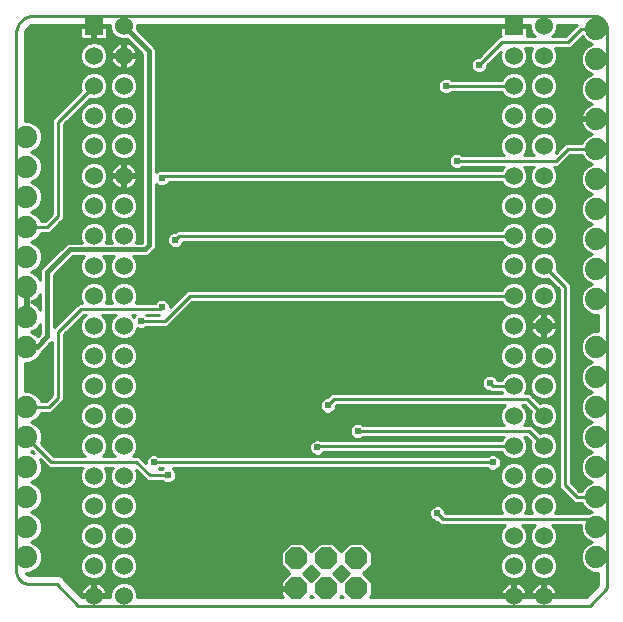
<source format=gbl>
G75*
%MOIN*%
%OFA0B0*%
%FSLAX25Y25*%
%IPPOS*%
%LPD*%
%AMOC8*
5,1,8,0,0,1.08239X$1,22.5*
%
%ADD10C,0.01000*%
%ADD11C,0.06000*%
%ADD12R,0.06000X0.06000*%
%ADD13C,0.07400*%
%ADD14OC8,0.07400*%
%ADD15C,0.02400*%
%ADD16C,0.01600*%
D10*
X0024114Y0014431D02*
X0024114Y0194719D01*
X0027114Y0194478D02*
X0027161Y0194703D01*
X0029142Y0196683D01*
X0029556Y0196805D01*
X0029766Y0196802D01*
X0029816Y0196781D01*
X0030250Y0196781D01*
X0030682Y0196735D01*
X0030842Y0196781D01*
X0049452Y0196781D01*
X0049452Y0195994D01*
X0045452Y0195994D01*
X0045452Y0193297D01*
X0045555Y0192915D01*
X0045752Y0192573D01*
X0046031Y0192294D01*
X0046373Y0192096D01*
X0046755Y0191994D01*
X0049452Y0191994D01*
X0049452Y0195994D01*
X0050452Y0195994D01*
X0050452Y0191994D01*
X0053150Y0191994D01*
X0053531Y0192096D01*
X0053873Y0192294D01*
X0054153Y0192573D01*
X0054350Y0192915D01*
X0054452Y0193297D01*
X0054452Y0195994D01*
X0050453Y0195994D01*
X0050453Y0196781D01*
X0055452Y0196781D01*
X0055452Y0195599D01*
X0056138Y0193945D01*
X0057403Y0192679D01*
X0059057Y0191994D01*
X0060848Y0191994D01*
X0061097Y0192097D01*
X0066152Y0187041D01*
X0066152Y0124447D01*
X0066000Y0124294D01*
X0063912Y0124294D01*
X0064452Y0125599D01*
X0064452Y0127389D01*
X0063767Y0129043D01*
X0062502Y0130309D01*
X0060848Y0130994D01*
X0059057Y0130994D01*
X0057403Y0130309D01*
X0056138Y0129043D01*
X0055452Y0127389D01*
X0055452Y0125599D01*
X0055993Y0124294D01*
X0053912Y0124294D01*
X0054452Y0125599D01*
X0054452Y0127389D01*
X0053767Y0129043D01*
X0052502Y0130309D01*
X0050848Y0130994D01*
X0049057Y0130994D01*
X0047403Y0130309D01*
X0046138Y0129043D01*
X0045452Y0127389D01*
X0045452Y0125599D01*
X0045993Y0124294D01*
X0041000Y0124294D01*
X0039652Y0122947D01*
X0032152Y0115447D01*
X0032152Y0111724D01*
X0031900Y0112219D01*
X0031419Y0112882D01*
X0030840Y0113460D01*
X0030178Y0113942D01*
X0029449Y0114313D01*
X0028935Y0114480D01*
X0030398Y0115086D01*
X0031861Y0116549D01*
X0032652Y0118460D01*
X0032652Y0120528D01*
X0031861Y0122440D01*
X0030398Y0123902D01*
X0028970Y0124494D01*
X0030398Y0125086D01*
X0031861Y0126549D01*
X0032252Y0127494D01*
X0035281Y0127494D01*
X0038781Y0130994D01*
X0039952Y0132166D01*
X0039952Y0163666D01*
X0048508Y0172222D01*
X0049057Y0171994D01*
X0050848Y0171994D01*
X0052502Y0172679D01*
X0053767Y0173945D01*
X0054452Y0175599D01*
X0054452Y0177389D01*
X0053767Y0179043D01*
X0052502Y0180309D01*
X0050848Y0180994D01*
X0049057Y0180994D01*
X0047403Y0180309D01*
X0046138Y0179043D01*
X0045452Y0177389D01*
X0045452Y0175599D01*
X0045680Y0175050D01*
X0035952Y0165323D01*
X0035952Y0133823D01*
X0033624Y0131494D01*
X0032252Y0131494D01*
X0031861Y0132440D01*
X0030398Y0133902D01*
X0028970Y0134494D01*
X0030398Y0135086D01*
X0031861Y0136549D01*
X0032652Y0138460D01*
X0032652Y0140528D01*
X0031861Y0142440D01*
X0030398Y0143902D01*
X0028970Y0144494D01*
X0030398Y0145086D01*
X0031861Y0146549D01*
X0032652Y0148460D01*
X0032652Y0150528D01*
X0031861Y0152440D01*
X0030398Y0153902D01*
X0028970Y0154494D01*
X0030398Y0155086D01*
X0031861Y0156549D01*
X0032652Y0158460D01*
X0032652Y0160528D01*
X0031861Y0162440D01*
X0030398Y0163902D01*
X0028487Y0164694D01*
X0027114Y0164694D01*
X0027114Y0194478D01*
X0027114Y0193966D02*
X0045452Y0193966D01*
X0045452Y0194964D02*
X0027423Y0194964D01*
X0028421Y0195963D02*
X0045452Y0195963D01*
X0045541Y0192967D02*
X0027114Y0192967D01*
X0027114Y0191969D02*
X0061225Y0191969D01*
X0061006Y0190883D02*
X0060452Y0190971D01*
X0060452Y0186994D01*
X0059452Y0186994D01*
X0059452Y0185994D01*
X0055476Y0185994D01*
X0055563Y0185440D01*
X0055782Y0184767D01*
X0056104Y0184136D01*
X0056520Y0183563D01*
X0057021Y0183062D01*
X0057594Y0182645D01*
X0058225Y0182324D01*
X0058899Y0182105D01*
X0059452Y0182017D01*
X0059452Y0185994D01*
X0060452Y0185994D01*
X0060452Y0182017D01*
X0061006Y0182105D01*
X0061680Y0182324D01*
X0062311Y0182645D01*
X0062884Y0183062D01*
X0063385Y0183563D01*
X0063801Y0184136D01*
X0064123Y0184767D01*
X0064342Y0185440D01*
X0064429Y0185994D01*
X0060453Y0185994D01*
X0060453Y0186994D01*
X0064429Y0186994D01*
X0064342Y0187548D01*
X0064123Y0188221D01*
X0063801Y0188853D01*
X0063385Y0189426D01*
X0062884Y0189926D01*
X0062311Y0190343D01*
X0061680Y0190664D01*
X0061006Y0190883D01*
X0060458Y0190970D02*
X0062224Y0190970D01*
X0062822Y0189972D02*
X0063222Y0189972D01*
X0063714Y0188973D02*
X0064221Y0188973D01*
X0064203Y0187975D02*
X0065219Y0187975D01*
X0066152Y0186976D02*
X0060453Y0186976D01*
X0060452Y0185978D02*
X0059452Y0185978D01*
X0059452Y0186976D02*
X0054452Y0186976D01*
X0054452Y0187389D02*
X0053767Y0189043D01*
X0052502Y0190309D01*
X0050848Y0190994D01*
X0049057Y0190994D01*
X0047403Y0190309D01*
X0046138Y0189043D01*
X0045452Y0187389D01*
X0045452Y0185599D01*
X0046138Y0183945D01*
X0047403Y0182679D01*
X0049057Y0181994D01*
X0050848Y0181994D01*
X0052502Y0182679D01*
X0053767Y0183945D01*
X0054452Y0185599D01*
X0054452Y0187389D01*
X0054210Y0187975D02*
X0055702Y0187975D01*
X0055782Y0188221D02*
X0055563Y0187548D01*
X0055476Y0186994D01*
X0059452Y0186994D01*
X0059452Y0190971D01*
X0058899Y0190883D01*
X0058225Y0190664D01*
X0057594Y0190343D01*
X0057021Y0189926D01*
X0056520Y0189426D01*
X0056104Y0188853D01*
X0055782Y0188221D01*
X0056191Y0188973D02*
X0053796Y0188973D01*
X0052839Y0189972D02*
X0057083Y0189972D01*
X0059452Y0189972D02*
X0060452Y0189972D01*
X0060452Y0190970D02*
X0059452Y0190970D01*
X0059447Y0190970D02*
X0050905Y0190970D01*
X0049000Y0190970D02*
X0027114Y0190970D01*
X0027114Y0189972D02*
X0047066Y0189972D01*
X0046109Y0188973D02*
X0027114Y0188973D01*
X0027114Y0187975D02*
X0045695Y0187975D01*
X0045452Y0186976D02*
X0027114Y0186976D01*
X0027114Y0185978D02*
X0045452Y0185978D01*
X0045709Y0184979D02*
X0027114Y0184979D01*
X0027114Y0183981D02*
X0046123Y0183981D01*
X0047101Y0182982D02*
X0027114Y0182982D01*
X0027114Y0181984D02*
X0066152Y0181984D01*
X0066152Y0182982D02*
X0062774Y0182982D01*
X0063689Y0183981D02*
X0066152Y0183981D01*
X0066152Y0184979D02*
X0064192Y0184979D01*
X0064427Y0185978D02*
X0066152Y0185978D01*
X0070752Y0185978D02*
X0177393Y0185978D01*
X0176923Y0185783D02*
X0177915Y0186194D01*
X0178324Y0186194D01*
X0185124Y0192994D01*
X0185534Y0192994D01*
X0185452Y0193297D01*
X0185452Y0195994D01*
X0189452Y0195994D01*
X0189452Y0196781D01*
X0064452Y0196781D01*
X0064452Y0195599D01*
X0064349Y0195350D01*
X0070752Y0188947D01*
X0070752Y0147707D01*
X0071084Y0148039D01*
X0072077Y0148450D01*
X0072485Y0148450D01*
X0072530Y0148494D01*
X0185910Y0148494D01*
X0186138Y0149043D01*
X0186589Y0149494D01*
X0172771Y0149494D01*
X0172482Y0149205D01*
X0171490Y0148794D01*
X0170415Y0148794D01*
X0169423Y0149205D01*
X0168664Y0149965D01*
X0168252Y0150957D01*
X0168252Y0152031D01*
X0168664Y0153024D01*
X0169423Y0153783D01*
X0170415Y0154194D01*
X0171490Y0154194D01*
X0172482Y0153783D01*
X0172771Y0153494D01*
X0186589Y0153494D01*
X0186138Y0153945D01*
X0185452Y0155599D01*
X0185452Y0157389D01*
X0186138Y0159043D01*
X0187403Y0160309D01*
X0189057Y0160994D01*
X0190848Y0160994D01*
X0192502Y0160309D01*
X0193767Y0159043D01*
X0194452Y0157389D01*
X0194452Y0155599D01*
X0193767Y0153945D01*
X0193316Y0153494D01*
X0196589Y0153494D01*
X0196138Y0153945D01*
X0195452Y0155599D01*
X0195452Y0157389D01*
X0196138Y0159043D01*
X0197403Y0160309D01*
X0199057Y0160994D01*
X0200848Y0160994D01*
X0202502Y0160309D01*
X0203767Y0159043D01*
X0204452Y0157389D01*
X0204452Y0155599D01*
X0203903Y0154273D01*
X0207124Y0157494D01*
X0212652Y0157494D01*
X0213044Y0158440D01*
X0214507Y0159902D01*
X0215970Y0160508D01*
X0215456Y0160675D01*
X0214727Y0161047D01*
X0214065Y0161528D01*
X0213486Y0162107D01*
X0213005Y0162769D01*
X0212633Y0163498D01*
X0212380Y0164276D01*
X0212267Y0164994D01*
X0216952Y0164994D01*
X0216952Y0165994D01*
X0212267Y0165994D01*
X0212380Y0166712D01*
X0212633Y0167490D01*
X0213005Y0168219D01*
X0213486Y0168882D01*
X0214065Y0169460D01*
X0214727Y0169942D01*
X0215456Y0170313D01*
X0215970Y0170480D01*
X0214507Y0171086D01*
X0213044Y0172549D01*
X0212252Y0174460D01*
X0212252Y0176528D01*
X0213044Y0178440D01*
X0214507Y0179902D01*
X0215935Y0180494D01*
X0214507Y0181086D01*
X0213044Y0182549D01*
X0212252Y0184460D01*
X0212252Y0186528D01*
X0213044Y0188440D01*
X0214507Y0189902D01*
X0215935Y0190494D01*
X0214507Y0191086D01*
X0213044Y0192549D01*
X0212837Y0193050D01*
X0209952Y0190166D01*
X0208781Y0188994D01*
X0203788Y0188994D01*
X0204452Y0187389D01*
X0204452Y0185599D01*
X0203767Y0183945D01*
X0202502Y0182679D01*
X0200848Y0181994D01*
X0199057Y0181994D01*
X0197403Y0182679D01*
X0196138Y0183945D01*
X0195452Y0185599D01*
X0195452Y0187389D01*
X0196117Y0188994D01*
X0193788Y0188994D01*
X0194452Y0187389D01*
X0194452Y0185599D01*
X0193767Y0183945D01*
X0192502Y0182679D01*
X0190848Y0181994D01*
X0189057Y0181994D01*
X0187403Y0182679D01*
X0186138Y0183945D01*
X0185452Y0185599D01*
X0185452Y0187389D01*
X0185648Y0187861D01*
X0181152Y0183366D01*
X0181152Y0182957D01*
X0180741Y0181965D01*
X0179982Y0181205D01*
X0178990Y0180794D01*
X0177915Y0180794D01*
X0176923Y0181205D01*
X0176164Y0181965D01*
X0175752Y0182957D01*
X0175752Y0184031D01*
X0176164Y0185024D01*
X0176923Y0185783D01*
X0176145Y0184979D02*
X0070752Y0184979D01*
X0070752Y0183981D02*
X0175752Y0183981D01*
X0175752Y0182982D02*
X0070752Y0182982D01*
X0070752Y0181984D02*
X0176156Y0181984D01*
X0177454Y0180985D02*
X0070752Y0180985D01*
X0070752Y0179987D02*
X0187081Y0179987D01*
X0187403Y0180309D02*
X0186138Y0179043D01*
X0185910Y0178494D01*
X0169271Y0178494D01*
X0168982Y0178783D01*
X0167990Y0179194D01*
X0166915Y0179194D01*
X0165923Y0178783D01*
X0165164Y0178024D01*
X0164752Y0177031D01*
X0164752Y0175957D01*
X0165164Y0174965D01*
X0165923Y0174205D01*
X0166915Y0173794D01*
X0167990Y0173794D01*
X0168982Y0174205D01*
X0169271Y0174494D01*
X0185910Y0174494D01*
X0186138Y0173945D01*
X0187403Y0172679D01*
X0189057Y0171994D01*
X0190848Y0171994D01*
X0192502Y0172679D01*
X0193767Y0173945D01*
X0194452Y0175599D01*
X0194452Y0177389D01*
X0193767Y0179043D01*
X0192502Y0180309D01*
X0190848Y0180994D01*
X0189057Y0180994D01*
X0187403Y0180309D01*
X0189035Y0180985D02*
X0179450Y0180985D01*
X0180749Y0181984D02*
X0213609Y0181984D01*
X0212865Y0182982D02*
X0202804Y0182982D01*
X0203782Y0183981D02*
X0212451Y0183981D01*
X0212252Y0184979D02*
X0204196Y0184979D01*
X0204452Y0185978D02*
X0212252Y0185978D01*
X0212438Y0186976D02*
X0204452Y0186976D01*
X0204210Y0187975D02*
X0212851Y0187975D01*
X0213578Y0188973D02*
X0203796Y0188973D01*
X0202816Y0192994D02*
X0203767Y0193945D01*
X0204452Y0195599D01*
X0204452Y0196781D01*
X0210911Y0196781D01*
X0207124Y0192994D01*
X0202816Y0192994D01*
X0203776Y0193966D02*
X0208096Y0193966D01*
X0209094Y0194964D02*
X0204190Y0194964D01*
X0204452Y0195963D02*
X0210093Y0195963D01*
X0212452Y0195494D02*
X0207952Y0190994D01*
X0185952Y0190994D01*
X0178452Y0183494D01*
X0181152Y0182982D02*
X0187101Y0182982D01*
X0186123Y0183981D02*
X0181767Y0183981D01*
X0182766Y0184979D02*
X0185709Y0184979D01*
X0185452Y0185978D02*
X0183764Y0185978D01*
X0184763Y0186976D02*
X0185452Y0186976D01*
X0182102Y0189972D02*
X0069728Y0189972D01*
X0070726Y0188973D02*
X0181103Y0188973D01*
X0180105Y0187975D02*
X0070752Y0187975D01*
X0070752Y0186976D02*
X0179106Y0186976D01*
X0183100Y0190970D02*
X0068729Y0190970D01*
X0067731Y0191969D02*
X0184099Y0191969D01*
X0185097Y0192967D02*
X0066732Y0192967D01*
X0065734Y0193966D02*
X0185452Y0193966D01*
X0185452Y0194964D02*
X0064735Y0194964D01*
X0064452Y0195963D02*
X0185452Y0195963D01*
X0190453Y0195994D02*
X0190453Y0196781D01*
X0195452Y0196781D01*
X0195452Y0195599D01*
X0196138Y0193945D01*
X0197089Y0192994D01*
X0194371Y0192994D01*
X0194452Y0193297D01*
X0194452Y0195994D01*
X0190453Y0195994D01*
X0194452Y0195963D02*
X0195452Y0195963D01*
X0195715Y0194964D02*
X0194452Y0194964D01*
X0194452Y0193966D02*
X0196129Y0193966D01*
X0196109Y0188973D02*
X0193796Y0188973D01*
X0194210Y0187975D02*
X0195695Y0187975D01*
X0195452Y0186976D02*
X0194452Y0186976D01*
X0194452Y0185978D02*
X0195452Y0185978D01*
X0195709Y0184979D02*
X0194196Y0184979D01*
X0193782Y0183981D02*
X0196123Y0183981D01*
X0197101Y0182982D02*
X0192804Y0182982D01*
X0190869Y0180985D02*
X0199035Y0180985D01*
X0199057Y0180994D02*
X0197403Y0180309D01*
X0196138Y0179043D01*
X0195452Y0177389D01*
X0195452Y0175599D01*
X0196138Y0173945D01*
X0197403Y0172679D01*
X0199057Y0171994D01*
X0200848Y0171994D01*
X0202502Y0172679D01*
X0203767Y0173945D01*
X0204452Y0175599D01*
X0204452Y0177389D01*
X0203767Y0179043D01*
X0202502Y0180309D01*
X0200848Y0180994D01*
X0199057Y0180994D01*
X0200869Y0180985D02*
X0214750Y0180985D01*
X0214710Y0179987D02*
X0202824Y0179987D01*
X0203790Y0178988D02*
X0213592Y0178988D01*
X0212858Y0177989D02*
X0204204Y0177989D01*
X0204452Y0176991D02*
X0212444Y0176991D01*
X0212252Y0175992D02*
X0204452Y0175992D01*
X0204202Y0174994D02*
X0212252Y0174994D01*
X0212445Y0173995D02*
X0203788Y0173995D01*
X0202819Y0172997D02*
X0212858Y0172997D01*
X0213594Y0171998D02*
X0200858Y0171998D01*
X0200848Y0170994D02*
X0199057Y0170994D01*
X0197403Y0170309D01*
X0196138Y0169043D01*
X0195452Y0167389D01*
X0195452Y0165599D01*
X0196138Y0163945D01*
X0197403Y0162679D01*
X0199057Y0161994D01*
X0200848Y0161994D01*
X0202502Y0162679D01*
X0203767Y0163945D01*
X0204452Y0165599D01*
X0204452Y0167389D01*
X0203767Y0169043D01*
X0202502Y0170309D01*
X0200848Y0170994D01*
X0199047Y0171998D02*
X0190858Y0171998D01*
X0190848Y0170994D02*
X0189057Y0170994D01*
X0187403Y0170309D01*
X0186138Y0169043D01*
X0185452Y0167389D01*
X0185452Y0165599D01*
X0186138Y0163945D01*
X0187403Y0162679D01*
X0189057Y0161994D01*
X0190848Y0161994D01*
X0192502Y0162679D01*
X0193767Y0163945D01*
X0194452Y0165599D01*
X0194452Y0167389D01*
X0193767Y0169043D01*
X0192502Y0170309D01*
X0190848Y0170994D01*
X0189047Y0171998D02*
X0070752Y0171998D01*
X0070752Y0171000D02*
X0214714Y0171000D01*
X0214845Y0170001D02*
X0202809Y0170001D01*
X0203784Y0169003D02*
X0213607Y0169003D01*
X0212895Y0168004D02*
X0204198Y0168004D01*
X0204452Y0167006D02*
X0212476Y0167006D01*
X0212269Y0166007D02*
X0204452Y0166007D01*
X0204208Y0165009D02*
X0216952Y0165009D01*
X0213579Y0162013D02*
X0200894Y0162013D01*
X0199011Y0162013D02*
X0190894Y0162013D01*
X0189011Y0162013D02*
X0070752Y0162013D01*
X0070752Y0161015D02*
X0214790Y0161015D01*
X0214782Y0160016D02*
X0202794Y0160016D01*
X0203778Y0159018D02*
X0213622Y0159018D01*
X0212870Y0158019D02*
X0204191Y0158019D01*
X0204452Y0157021D02*
X0206651Y0157021D01*
X0205652Y0156022D02*
X0204452Y0156022D01*
X0204654Y0155024D02*
X0204214Y0155024D01*
X0203952Y0151494D02*
X0170952Y0151494D01*
X0169839Y0149033D02*
X0070752Y0149033D01*
X0070752Y0150031D02*
X0168636Y0150031D01*
X0168252Y0151030D02*
X0070752Y0151030D01*
X0070752Y0152028D02*
X0168252Y0152028D01*
X0168667Y0153027D02*
X0070752Y0153027D01*
X0070752Y0154025D02*
X0170008Y0154025D01*
X0171897Y0154025D02*
X0186104Y0154025D01*
X0185691Y0155024D02*
X0070752Y0155024D01*
X0070752Y0156022D02*
X0185452Y0156022D01*
X0185452Y0157021D02*
X0070752Y0157021D01*
X0070752Y0158019D02*
X0185713Y0158019D01*
X0186127Y0159018D02*
X0070752Y0159018D01*
X0070752Y0160016D02*
X0187111Y0160016D01*
X0187071Y0163012D02*
X0070752Y0163012D01*
X0070752Y0164010D02*
X0186110Y0164010D01*
X0185697Y0165009D02*
X0070752Y0165009D01*
X0070752Y0166007D02*
X0185452Y0166007D01*
X0185452Y0167006D02*
X0070752Y0167006D01*
X0070752Y0168004D02*
X0185707Y0168004D01*
X0186121Y0169003D02*
X0070752Y0169003D01*
X0070752Y0170001D02*
X0187096Y0170001D01*
X0187086Y0172997D02*
X0070752Y0172997D01*
X0070752Y0173995D02*
X0166429Y0173995D01*
X0165151Y0174994D02*
X0070752Y0174994D01*
X0070752Y0175992D02*
X0164752Y0175992D01*
X0164752Y0176991D02*
X0070752Y0176991D01*
X0070752Y0177989D02*
X0165149Y0177989D01*
X0166418Y0178988D02*
X0070752Y0178988D01*
X0066152Y0178988D02*
X0063790Y0178988D01*
X0063767Y0179043D02*
X0062502Y0180309D01*
X0060848Y0180994D01*
X0059057Y0180994D01*
X0057403Y0180309D01*
X0056138Y0179043D01*
X0055452Y0177389D01*
X0055452Y0175599D01*
X0056138Y0173945D01*
X0057403Y0172679D01*
X0059057Y0171994D01*
X0060848Y0171994D01*
X0062502Y0172679D01*
X0063767Y0173945D01*
X0064452Y0175599D01*
X0064452Y0177389D01*
X0063767Y0179043D01*
X0064204Y0177989D02*
X0066152Y0177989D01*
X0066152Y0176991D02*
X0064452Y0176991D01*
X0064452Y0175992D02*
X0066152Y0175992D01*
X0066152Y0174994D02*
X0064202Y0174994D01*
X0063788Y0173995D02*
X0066152Y0173995D01*
X0066152Y0172997D02*
X0062819Y0172997D01*
X0060858Y0171998D02*
X0066152Y0171998D01*
X0066152Y0171000D02*
X0047287Y0171000D01*
X0047403Y0170309D02*
X0046138Y0169043D01*
X0045452Y0167389D01*
X0045452Y0165599D01*
X0046138Y0163945D01*
X0047403Y0162679D01*
X0049057Y0161994D01*
X0050848Y0161994D01*
X0052502Y0162679D01*
X0053767Y0163945D01*
X0054452Y0165599D01*
X0054452Y0167389D01*
X0053767Y0169043D01*
X0052502Y0170309D01*
X0050848Y0170994D01*
X0049057Y0170994D01*
X0047403Y0170309D01*
X0047096Y0170001D02*
X0046288Y0170001D01*
X0046121Y0169003D02*
X0045290Y0169003D01*
X0045707Y0168004D02*
X0044291Y0168004D01*
X0043293Y0167006D02*
X0045452Y0167006D01*
X0045452Y0166007D02*
X0042294Y0166007D01*
X0041296Y0165009D02*
X0045697Y0165009D01*
X0046110Y0164010D02*
X0040297Y0164010D01*
X0039952Y0163012D02*
X0047071Y0163012D01*
X0049011Y0162013D02*
X0039952Y0162013D01*
X0039952Y0161015D02*
X0066152Y0161015D01*
X0066152Y0162013D02*
X0060894Y0162013D01*
X0060848Y0161994D02*
X0062502Y0162679D01*
X0063767Y0163945D01*
X0064452Y0165599D01*
X0064452Y0167389D01*
X0063767Y0169043D01*
X0062502Y0170309D01*
X0060848Y0170994D01*
X0059057Y0170994D01*
X0057403Y0170309D01*
X0056138Y0169043D01*
X0055452Y0167389D01*
X0055452Y0165599D01*
X0056138Y0163945D01*
X0057403Y0162679D01*
X0059057Y0161994D01*
X0060848Y0161994D01*
X0060848Y0160994D02*
X0059057Y0160994D01*
X0057403Y0160309D01*
X0056138Y0159043D01*
X0055452Y0157389D01*
X0055452Y0155599D01*
X0056138Y0153945D01*
X0057403Y0152679D01*
X0059057Y0151994D01*
X0060848Y0151994D01*
X0062502Y0152679D01*
X0063767Y0153945D01*
X0064452Y0155599D01*
X0064452Y0157389D01*
X0063767Y0159043D01*
X0062502Y0160309D01*
X0060848Y0160994D01*
X0059011Y0162013D02*
X0050894Y0162013D01*
X0050848Y0160994D02*
X0049057Y0160994D01*
X0047403Y0160309D01*
X0046138Y0159043D01*
X0045452Y0157389D01*
X0045452Y0155599D01*
X0046138Y0153945D01*
X0047403Y0152679D01*
X0049057Y0151994D01*
X0050848Y0151994D01*
X0052502Y0152679D01*
X0053767Y0153945D01*
X0054452Y0155599D01*
X0054452Y0157389D01*
X0053767Y0159043D01*
X0052502Y0160309D01*
X0050848Y0160994D01*
X0052794Y0160016D02*
X0057111Y0160016D01*
X0056127Y0159018D02*
X0053778Y0159018D01*
X0054191Y0158019D02*
X0055713Y0158019D01*
X0055452Y0157021D02*
X0054452Y0157021D01*
X0054452Y0156022D02*
X0055452Y0156022D01*
X0055691Y0155024D02*
X0054214Y0155024D01*
X0053801Y0154025D02*
X0056104Y0154025D01*
X0057056Y0153027D02*
X0052849Y0153027D01*
X0050930Y0152028D02*
X0058975Y0152028D01*
X0058899Y0150883D02*
X0059452Y0150971D01*
X0059452Y0146994D01*
X0059452Y0145994D01*
X0055476Y0145994D01*
X0055563Y0145440D01*
X0055782Y0144767D01*
X0056104Y0144136D01*
X0056520Y0143563D01*
X0057021Y0143062D01*
X0057594Y0142645D01*
X0058225Y0142324D01*
X0058899Y0142105D01*
X0059452Y0142017D01*
X0059452Y0145994D01*
X0060452Y0145994D01*
X0060452Y0142017D01*
X0061006Y0142105D01*
X0061680Y0142324D01*
X0062311Y0142645D01*
X0062884Y0143062D01*
X0063385Y0143563D01*
X0063801Y0144136D01*
X0064123Y0144767D01*
X0064342Y0145440D01*
X0064429Y0145994D01*
X0060453Y0145994D01*
X0060453Y0146994D01*
X0064429Y0146994D01*
X0064342Y0147548D01*
X0064123Y0148221D01*
X0063801Y0148853D01*
X0063385Y0149426D01*
X0062884Y0149926D01*
X0062311Y0150343D01*
X0061680Y0150664D01*
X0061006Y0150883D01*
X0060452Y0150971D01*
X0060452Y0146994D01*
X0059452Y0146994D01*
X0055476Y0146994D01*
X0055563Y0147548D01*
X0055782Y0148221D01*
X0056104Y0148853D01*
X0056520Y0149426D01*
X0057021Y0149926D01*
X0057594Y0150343D01*
X0058225Y0150664D01*
X0058899Y0150883D01*
X0059452Y0150031D02*
X0060452Y0150031D01*
X0060452Y0149033D02*
X0059452Y0149033D01*
X0059452Y0148034D02*
X0060452Y0148034D01*
X0060452Y0147036D02*
X0059452Y0147036D01*
X0059452Y0146037D02*
X0054452Y0146037D01*
X0054452Y0145599D02*
X0053767Y0143945D01*
X0052502Y0142679D01*
X0050848Y0141994D01*
X0049057Y0141994D01*
X0047403Y0142679D01*
X0046138Y0143945D01*
X0045452Y0145599D01*
X0045452Y0147389D01*
X0046138Y0149043D01*
X0047403Y0150309D01*
X0049057Y0150994D01*
X0050848Y0150994D01*
X0052502Y0150309D01*
X0053767Y0149043D01*
X0054452Y0147389D01*
X0054452Y0145599D01*
X0054220Y0145039D02*
X0055694Y0145039D01*
X0056173Y0144040D02*
X0053807Y0144040D01*
X0052864Y0143042D02*
X0057049Y0143042D01*
X0059452Y0143042D02*
X0060452Y0143042D01*
X0060452Y0144040D02*
X0059452Y0144040D01*
X0059452Y0145039D02*
X0060452Y0145039D01*
X0060453Y0146037D02*
X0066152Y0146037D01*
X0066152Y0145039D02*
X0064211Y0145039D01*
X0063732Y0144040D02*
X0066152Y0144040D01*
X0066152Y0143042D02*
X0062856Y0143042D01*
X0060616Y0142043D02*
X0066152Y0142043D01*
X0066152Y0141045D02*
X0039952Y0141045D01*
X0039952Y0142043D02*
X0048939Y0142043D01*
X0049057Y0140994D02*
X0047403Y0140309D01*
X0046138Y0139043D01*
X0045452Y0137389D01*
X0045452Y0135599D01*
X0046138Y0133945D01*
X0047403Y0132679D01*
X0049057Y0131994D01*
X0050848Y0131994D01*
X0052502Y0132679D01*
X0053767Y0133945D01*
X0054452Y0135599D01*
X0054452Y0137389D01*
X0053767Y0139043D01*
X0052502Y0140309D01*
X0050848Y0140994D01*
X0049057Y0140994D01*
X0047140Y0140046D02*
X0039952Y0140046D01*
X0039952Y0139048D02*
X0046142Y0139048D01*
X0045726Y0138049D02*
X0039952Y0138049D01*
X0039952Y0137051D02*
X0045452Y0137051D01*
X0045452Y0136052D02*
X0039952Y0136052D01*
X0039952Y0135053D02*
X0045678Y0135053D01*
X0046092Y0134055D02*
X0039952Y0134055D01*
X0039952Y0133056D02*
X0047026Y0133056D01*
X0048903Y0132058D02*
X0039845Y0132058D01*
X0038846Y0131059D02*
X0066152Y0131059D01*
X0066152Y0130061D02*
X0062750Y0130061D01*
X0063748Y0129062D02*
X0066152Y0129062D01*
X0066152Y0128064D02*
X0064173Y0128064D01*
X0064452Y0127065D02*
X0066152Y0127065D01*
X0066152Y0126067D02*
X0064452Y0126067D01*
X0064233Y0125068D02*
X0066152Y0125068D01*
X0070284Y0122073D02*
X0188867Y0122073D01*
X0189057Y0121994D02*
X0190848Y0121994D01*
X0192502Y0122679D01*
X0193767Y0123945D01*
X0194452Y0125599D01*
X0194452Y0127389D01*
X0193767Y0129043D01*
X0192502Y0130309D01*
X0190848Y0130994D01*
X0189057Y0130994D01*
X0187403Y0130309D01*
X0186138Y0129043D01*
X0185910Y0128494D01*
X0077530Y0128494D01*
X0076985Y0127950D01*
X0076577Y0127950D01*
X0075584Y0127539D01*
X0074825Y0126779D01*
X0074414Y0125787D01*
X0074414Y0124713D01*
X0074825Y0123721D01*
X0075584Y0122961D01*
X0076577Y0122550D01*
X0077651Y0122550D01*
X0078643Y0122961D01*
X0079403Y0123721D01*
X0079723Y0124494D01*
X0185910Y0124494D01*
X0186138Y0123945D01*
X0187403Y0122679D01*
X0189057Y0121994D01*
X0189057Y0120994D02*
X0187403Y0120309D01*
X0186138Y0119043D01*
X0185452Y0117389D01*
X0185452Y0115599D01*
X0186138Y0113945D01*
X0187403Y0112679D01*
X0189057Y0111994D01*
X0190848Y0111994D01*
X0192502Y0112679D01*
X0193767Y0113945D01*
X0194452Y0115599D01*
X0194452Y0117389D01*
X0193767Y0119043D01*
X0192502Y0120309D01*
X0190848Y0120994D01*
X0189057Y0120994D01*
X0187170Y0120076D02*
X0068287Y0120076D01*
X0067905Y0119694D02*
X0069405Y0121194D01*
X0070752Y0122541D01*
X0070752Y0143793D01*
X0071084Y0143461D01*
X0072077Y0143050D01*
X0073151Y0143050D01*
X0074143Y0143461D01*
X0074903Y0144221D01*
X0075016Y0144494D01*
X0185910Y0144494D01*
X0186138Y0143945D01*
X0187403Y0142679D01*
X0189057Y0141994D01*
X0190848Y0141994D01*
X0192502Y0142679D01*
X0193767Y0143945D01*
X0194452Y0145599D01*
X0194452Y0147389D01*
X0193767Y0149043D01*
X0193316Y0149494D01*
X0196589Y0149494D01*
X0196138Y0149043D01*
X0195452Y0147389D01*
X0195452Y0145599D01*
X0196138Y0143945D01*
X0197403Y0142679D01*
X0199057Y0141994D01*
X0200848Y0141994D01*
X0202502Y0142679D01*
X0203767Y0143945D01*
X0204452Y0145599D01*
X0204452Y0147389D01*
X0203767Y0149043D01*
X0203316Y0149494D01*
X0204781Y0149494D01*
X0205952Y0150666D01*
X0208781Y0153494D01*
X0212652Y0153494D01*
X0213044Y0152549D01*
X0214507Y0151086D01*
X0215935Y0150494D01*
X0214507Y0149902D01*
X0213044Y0148440D01*
X0212252Y0146528D01*
X0212252Y0144460D01*
X0213044Y0142549D01*
X0214507Y0141086D01*
X0215935Y0140494D01*
X0214507Y0139902D01*
X0213044Y0138440D01*
X0212252Y0136528D01*
X0212252Y0134460D01*
X0213044Y0132549D01*
X0214507Y0131086D01*
X0215935Y0130494D01*
X0214507Y0129902D01*
X0213044Y0128440D01*
X0212252Y0126528D01*
X0212252Y0124460D01*
X0213044Y0122549D01*
X0214507Y0121086D01*
X0215935Y0120494D01*
X0214507Y0119902D01*
X0213044Y0118440D01*
X0212252Y0116528D01*
X0212252Y0114460D01*
X0213044Y0112549D01*
X0214507Y0111086D01*
X0215935Y0110494D01*
X0214507Y0109902D01*
X0213044Y0108440D01*
X0212252Y0106528D01*
X0212252Y0104460D01*
X0213044Y0102549D01*
X0214507Y0101086D01*
X0216418Y0100294D01*
X0217964Y0100294D01*
X0217964Y0094694D01*
X0216418Y0094694D01*
X0214507Y0093902D01*
X0213044Y0092440D01*
X0212252Y0090528D01*
X0212252Y0088460D01*
X0213044Y0086549D01*
X0214507Y0085086D01*
X0215935Y0084494D01*
X0214507Y0083902D01*
X0213044Y0082440D01*
X0212252Y0080528D01*
X0212252Y0078460D01*
X0213044Y0076549D01*
X0214507Y0075086D01*
X0215935Y0074494D01*
X0214507Y0073902D01*
X0213044Y0072440D01*
X0212252Y0070528D01*
X0212252Y0068460D01*
X0213044Y0066549D01*
X0214507Y0065086D01*
X0215935Y0064494D01*
X0214507Y0063902D01*
X0213044Y0062440D01*
X0212252Y0060528D01*
X0212252Y0058460D01*
X0213044Y0056549D01*
X0214507Y0055086D01*
X0215935Y0054494D01*
X0214507Y0053902D01*
X0213044Y0052440D01*
X0212252Y0050528D01*
X0212252Y0048460D01*
X0213044Y0046549D01*
X0214507Y0045086D01*
X0215935Y0044494D01*
X0214507Y0043902D01*
X0213044Y0042440D01*
X0212652Y0041494D01*
X0211781Y0041494D01*
X0208952Y0044323D01*
X0208952Y0110323D01*
X0204225Y0115050D01*
X0204452Y0115599D01*
X0204452Y0117389D01*
X0203767Y0119043D01*
X0202502Y0120309D01*
X0200848Y0120994D01*
X0199057Y0120994D01*
X0197403Y0120309D01*
X0196138Y0119043D01*
X0195452Y0117389D01*
X0195452Y0115599D01*
X0196138Y0113945D01*
X0197403Y0112679D01*
X0199057Y0111994D01*
X0200848Y0111994D01*
X0201397Y0112222D01*
X0204952Y0108666D01*
X0204952Y0042666D01*
X0206124Y0041494D01*
X0210124Y0037494D01*
X0212652Y0037494D01*
X0213044Y0036549D01*
X0214507Y0035086D01*
X0215935Y0034494D01*
X0214728Y0033994D01*
X0203788Y0033994D01*
X0204452Y0035599D01*
X0204452Y0037389D01*
X0203767Y0039043D01*
X0202502Y0040309D01*
X0200848Y0040994D01*
X0199057Y0040994D01*
X0197403Y0040309D01*
X0196138Y0039043D01*
X0195452Y0037389D01*
X0195452Y0035599D01*
X0196117Y0033994D01*
X0193788Y0033994D01*
X0194452Y0035599D01*
X0194452Y0037389D01*
X0193767Y0039043D01*
X0192502Y0040309D01*
X0190848Y0040994D01*
X0189057Y0040994D01*
X0187403Y0040309D01*
X0186138Y0039043D01*
X0185452Y0037389D01*
X0185452Y0035599D01*
X0186117Y0033994D01*
X0167281Y0033994D01*
X0167152Y0034123D01*
X0167152Y0034531D01*
X0166741Y0035524D01*
X0165982Y0036283D01*
X0164990Y0036694D01*
X0163915Y0036694D01*
X0162923Y0036283D01*
X0162164Y0035524D01*
X0161752Y0034531D01*
X0161752Y0033457D01*
X0162164Y0032465D01*
X0162923Y0031705D01*
X0163915Y0031294D01*
X0164324Y0031294D01*
X0164452Y0031166D01*
X0165624Y0029994D01*
X0187089Y0029994D01*
X0186138Y0029043D01*
X0185452Y0027389D01*
X0185452Y0025599D01*
X0186138Y0023945D01*
X0187403Y0022679D01*
X0189057Y0021994D01*
X0190848Y0021994D01*
X0192502Y0022679D01*
X0193767Y0023945D01*
X0194452Y0025599D01*
X0194452Y0027389D01*
X0193767Y0029043D01*
X0192816Y0029994D01*
X0197089Y0029994D01*
X0196138Y0029043D01*
X0195452Y0027389D01*
X0195452Y0025599D01*
X0196138Y0023945D01*
X0197403Y0022679D01*
X0199057Y0021994D01*
X0200848Y0021994D01*
X0202502Y0022679D01*
X0203767Y0023945D01*
X0204452Y0025599D01*
X0204452Y0027389D01*
X0203767Y0029043D01*
X0202816Y0029994D01*
X0212252Y0029994D01*
X0212252Y0028460D01*
X0213044Y0026549D01*
X0214507Y0025086D01*
X0215935Y0024494D01*
X0214507Y0023902D01*
X0213044Y0022440D01*
X0212252Y0020528D01*
X0212252Y0018460D01*
X0213044Y0016549D01*
X0214507Y0015086D01*
X0216418Y0014294D01*
X0217964Y0014294D01*
X0217964Y0010248D01*
X0214005Y0006250D01*
X0200453Y0006250D01*
X0200453Y0006994D01*
X0204429Y0006994D01*
X0204342Y0007548D01*
X0204123Y0008221D01*
X0203801Y0008853D01*
X0203385Y0009426D01*
X0202884Y0009926D01*
X0202311Y0010343D01*
X0201680Y0010664D01*
X0201006Y0010883D01*
X0200452Y0010971D01*
X0200452Y0006994D01*
X0199452Y0006994D01*
X0199452Y0006250D01*
X0190453Y0006250D01*
X0190453Y0006994D01*
X0194429Y0006994D01*
X0194342Y0007548D01*
X0194123Y0008221D01*
X0193801Y0008853D01*
X0193385Y0009426D01*
X0192884Y0009926D01*
X0192311Y0010343D01*
X0191680Y0010664D01*
X0191006Y0010883D01*
X0190452Y0010971D01*
X0190452Y0006994D01*
X0189452Y0006994D01*
X0189452Y0006250D01*
X0142062Y0006250D01*
X0142652Y0006840D01*
X0142652Y0011148D01*
X0139806Y0013994D01*
X0142652Y0016840D01*
X0142652Y0021148D01*
X0139606Y0024194D01*
X0135299Y0024194D01*
X0132452Y0021348D01*
X0129606Y0024194D01*
X0125299Y0024194D01*
X0122452Y0021348D01*
X0119606Y0024194D01*
X0115299Y0024194D01*
X0112252Y0021148D01*
X0112252Y0016840D01*
X0115099Y0013994D01*
X0112252Y0011148D01*
X0112252Y0009494D01*
X0116952Y0009494D01*
X0116952Y0008494D01*
X0112252Y0008494D01*
X0112252Y0006840D01*
X0112843Y0006250D01*
X0064452Y0006250D01*
X0064452Y0007389D01*
X0063767Y0009043D01*
X0062502Y0010309D01*
X0060848Y0010994D01*
X0059057Y0010994D01*
X0057403Y0010309D01*
X0056138Y0009043D01*
X0055452Y0007389D01*
X0055452Y0006250D01*
X0050453Y0006250D01*
X0050453Y0006994D01*
X0054429Y0006994D01*
X0054342Y0007548D01*
X0054123Y0008221D01*
X0053801Y0008853D01*
X0053385Y0009426D01*
X0052884Y0009926D01*
X0052311Y0010343D01*
X0051680Y0010664D01*
X0051006Y0010883D01*
X0050452Y0010971D01*
X0050452Y0006994D01*
X0049452Y0006994D01*
X0049452Y0006250D01*
X0046069Y0006250D01*
X0040126Y0012193D01*
X0040126Y0012193D01*
X0039282Y0013037D01*
X0038179Y0013494D01*
X0029232Y0013494D01*
X0029110Y0013533D01*
X0028639Y0013494D01*
X0028239Y0013494D01*
X0027773Y0013643D01*
X0027383Y0013973D01*
X0027218Y0014294D01*
X0028487Y0014294D01*
X0030398Y0015086D01*
X0031861Y0016549D01*
X0032652Y0018460D01*
X0032652Y0020528D01*
X0031861Y0022440D01*
X0030398Y0023902D01*
X0028970Y0024494D01*
X0030398Y0025086D01*
X0031861Y0026549D01*
X0032652Y0028460D01*
X0032652Y0030528D01*
X0031861Y0032440D01*
X0030398Y0033902D01*
X0028970Y0034494D01*
X0030398Y0035086D01*
X0031861Y0036549D01*
X0032652Y0038460D01*
X0032652Y0040528D01*
X0031861Y0042440D01*
X0030398Y0043902D01*
X0028970Y0044494D01*
X0030398Y0045086D01*
X0031861Y0046549D01*
X0032652Y0048460D01*
X0032652Y0050528D01*
X0031990Y0052128D01*
X0034868Y0049250D01*
X0046344Y0049250D01*
X0046138Y0049043D01*
X0045452Y0047389D01*
X0045452Y0045599D01*
X0046138Y0043945D01*
X0047403Y0042679D01*
X0049057Y0041994D01*
X0050848Y0041994D01*
X0052502Y0042679D01*
X0053767Y0043945D01*
X0054452Y0045599D01*
X0054452Y0047389D01*
X0053767Y0049043D01*
X0053560Y0049250D01*
X0056344Y0049250D01*
X0056138Y0049043D01*
X0055452Y0047389D01*
X0055452Y0045599D01*
X0056138Y0043945D01*
X0057403Y0042679D01*
X0059057Y0041994D01*
X0060848Y0041994D01*
X0062502Y0042679D01*
X0063767Y0043945D01*
X0064452Y0045599D01*
X0064452Y0047389D01*
X0063962Y0048574D01*
X0067785Y0044750D01*
X0072795Y0044750D01*
X0073084Y0044461D01*
X0074077Y0044050D01*
X0075151Y0044050D01*
X0076143Y0044461D01*
X0076903Y0045221D01*
X0077314Y0046213D01*
X0077314Y0047287D01*
X0076903Y0048279D01*
X0076188Y0048994D01*
X0181134Y0048994D01*
X0181423Y0048705D01*
X0182415Y0048294D01*
X0183490Y0048294D01*
X0184482Y0048705D01*
X0185241Y0049465D01*
X0185652Y0050457D01*
X0185652Y0051531D01*
X0185241Y0052524D01*
X0184482Y0053283D01*
X0183490Y0053694D01*
X0182415Y0053694D01*
X0181423Y0053283D01*
X0181134Y0052994D01*
X0071771Y0052994D01*
X0071482Y0053283D01*
X0070490Y0053694D01*
X0069415Y0053694D01*
X0068423Y0053283D01*
X0067664Y0052524D01*
X0067252Y0051531D01*
X0067252Y0050940D01*
X0066114Y0052078D01*
X0064942Y0053250D01*
X0063072Y0053250D01*
X0063767Y0053945D01*
X0064452Y0055599D01*
X0064452Y0057389D01*
X0063767Y0059043D01*
X0062502Y0060309D01*
X0060848Y0060994D01*
X0059057Y0060994D01*
X0057403Y0060309D01*
X0056138Y0059043D01*
X0055452Y0057389D01*
X0055452Y0055599D01*
X0056138Y0053945D01*
X0056833Y0053250D01*
X0053072Y0053250D01*
X0053767Y0053945D01*
X0054452Y0055599D01*
X0054452Y0057389D01*
X0053767Y0059043D01*
X0052502Y0060309D01*
X0050848Y0060994D01*
X0049057Y0060994D01*
X0047403Y0060309D01*
X0046138Y0059043D01*
X0045452Y0057389D01*
X0045452Y0055599D01*
X0046138Y0053945D01*
X0046833Y0053250D01*
X0036525Y0053250D01*
X0032261Y0057514D01*
X0032652Y0058460D01*
X0032652Y0060528D01*
X0031861Y0062440D01*
X0030398Y0063902D01*
X0028970Y0064494D01*
X0030398Y0065086D01*
X0031861Y0066549D01*
X0032252Y0067494D01*
X0035781Y0067494D01*
X0038781Y0070494D01*
X0039952Y0071666D01*
X0039952Y0093666D01*
X0046537Y0100250D01*
X0047344Y0100250D01*
X0046138Y0099043D01*
X0045452Y0097389D01*
X0045452Y0095599D01*
X0046138Y0093945D01*
X0047403Y0092679D01*
X0049057Y0091994D01*
X0050848Y0091994D01*
X0052502Y0092679D01*
X0053767Y0093945D01*
X0054452Y0095599D01*
X0054452Y0097389D01*
X0053767Y0099043D01*
X0052560Y0100250D01*
X0057344Y0100250D01*
X0056138Y0099043D01*
X0055452Y0097389D01*
X0055452Y0095599D01*
X0056138Y0093945D01*
X0057403Y0092679D01*
X0059057Y0091994D01*
X0060848Y0091994D01*
X0062502Y0092679D01*
X0063767Y0093945D01*
X0064452Y0095599D01*
X0064452Y0095809D01*
X0065077Y0095550D01*
X0066151Y0095550D01*
X0067143Y0095961D01*
X0067432Y0096250D01*
X0074442Y0096250D01*
X0082686Y0104494D01*
X0185910Y0104494D01*
X0186138Y0103945D01*
X0187403Y0102679D01*
X0189057Y0101994D01*
X0190848Y0101994D01*
X0192502Y0102679D01*
X0193767Y0103945D01*
X0194452Y0105599D01*
X0194452Y0107389D01*
X0193767Y0109043D01*
X0192502Y0110309D01*
X0190848Y0110994D01*
X0189057Y0110994D01*
X0187403Y0110309D01*
X0186138Y0109043D01*
X0185910Y0108494D01*
X0081030Y0108494D01*
X0079858Y0107323D01*
X0075314Y0102778D01*
X0075314Y0103287D01*
X0074903Y0104279D01*
X0074143Y0105039D01*
X0073151Y0105450D01*
X0072077Y0105450D01*
X0071084Y0105039D01*
X0070325Y0104279D01*
X0070313Y0104250D01*
X0063894Y0104250D01*
X0064452Y0105599D01*
X0064452Y0107389D01*
X0063767Y0109043D01*
X0062502Y0110309D01*
X0060848Y0110994D01*
X0059057Y0110994D01*
X0057403Y0110309D01*
X0056138Y0109043D01*
X0055452Y0107389D01*
X0055452Y0105599D01*
X0056011Y0104250D01*
X0053894Y0104250D01*
X0054452Y0105599D01*
X0054452Y0107389D01*
X0053767Y0109043D01*
X0052502Y0110309D01*
X0050848Y0110994D01*
X0049057Y0110994D01*
X0047403Y0110309D01*
X0046138Y0109043D01*
X0045452Y0107389D01*
X0045452Y0105599D01*
X0046011Y0104250D01*
X0044880Y0104250D01*
X0036752Y0096122D01*
X0036752Y0113541D01*
X0042905Y0119694D01*
X0046789Y0119694D01*
X0046138Y0119043D01*
X0045452Y0117389D01*
X0045452Y0115599D01*
X0046138Y0113945D01*
X0047403Y0112679D01*
X0049057Y0111994D01*
X0050848Y0111994D01*
X0052502Y0112679D01*
X0053767Y0113945D01*
X0054452Y0115599D01*
X0054452Y0117389D01*
X0053767Y0119043D01*
X0053116Y0119694D01*
X0056789Y0119694D01*
X0056138Y0119043D01*
X0055452Y0117389D01*
X0055452Y0115599D01*
X0056138Y0113945D01*
X0057403Y0112679D01*
X0059057Y0111994D01*
X0060848Y0111994D01*
X0062502Y0112679D01*
X0063767Y0113945D01*
X0064452Y0115599D01*
X0064452Y0117389D01*
X0063767Y0119043D01*
X0063116Y0119694D01*
X0067905Y0119694D01*
X0069285Y0121074D02*
X0214534Y0121074D01*
X0214925Y0120076D02*
X0202735Y0120076D01*
X0203733Y0119077D02*
X0213682Y0119077D01*
X0212895Y0118079D02*
X0204167Y0118079D01*
X0204452Y0117080D02*
X0212481Y0117080D01*
X0212252Y0116082D02*
X0204452Y0116082D01*
X0204239Y0115083D02*
X0212252Y0115083D01*
X0212408Y0114085D02*
X0205190Y0114085D01*
X0206189Y0113086D02*
X0212821Y0113086D01*
X0213505Y0112088D02*
X0207187Y0112088D01*
X0208186Y0111089D02*
X0214503Y0111089D01*
X0214961Y0110091D02*
X0208952Y0110091D01*
X0208952Y0109092D02*
X0213697Y0109092D01*
X0212901Y0108094D02*
X0208952Y0108094D01*
X0208952Y0107095D02*
X0212487Y0107095D01*
X0212252Y0106097D02*
X0208952Y0106097D01*
X0208952Y0105098D02*
X0212252Y0105098D01*
X0212402Y0104100D02*
X0208952Y0104100D01*
X0208952Y0103101D02*
X0212815Y0103101D01*
X0213490Y0102103D02*
X0208952Y0102103D01*
X0208952Y0101104D02*
X0214489Y0101104D01*
X0217964Y0100106D02*
X0208952Y0100106D01*
X0208952Y0099107D02*
X0217964Y0099107D01*
X0217964Y0098109D02*
X0208952Y0098109D01*
X0208952Y0097110D02*
X0217964Y0097110D01*
X0217964Y0096112D02*
X0208952Y0096112D01*
X0208952Y0095113D02*
X0217964Y0095113D01*
X0215019Y0094115D02*
X0208952Y0094115D01*
X0208952Y0093116D02*
X0213720Y0093116D01*
X0212911Y0092118D02*
X0208952Y0092118D01*
X0208952Y0091119D02*
X0212497Y0091119D01*
X0212252Y0090120D02*
X0208952Y0090120D01*
X0208952Y0089122D02*
X0212252Y0089122D01*
X0212392Y0088123D02*
X0208952Y0088123D01*
X0208952Y0087125D02*
X0212805Y0087125D01*
X0213466Y0086126D02*
X0208952Y0086126D01*
X0208952Y0085128D02*
X0214465Y0085128D01*
X0215055Y0084129D02*
X0208952Y0084129D01*
X0208952Y0083131D02*
X0213735Y0083131D01*
X0212917Y0082132D02*
X0208952Y0082132D01*
X0208952Y0081134D02*
X0212503Y0081134D01*
X0212252Y0080135D02*
X0208952Y0080135D01*
X0208952Y0079137D02*
X0212252Y0079137D01*
X0212386Y0078138D02*
X0208952Y0078138D01*
X0208952Y0077140D02*
X0212799Y0077140D01*
X0213451Y0076141D02*
X0208952Y0076141D01*
X0208952Y0075143D02*
X0214450Y0075143D01*
X0215091Y0074144D02*
X0208952Y0074144D01*
X0208952Y0073146D02*
X0213750Y0073146D01*
X0212923Y0072147D02*
X0208952Y0072147D01*
X0208952Y0071149D02*
X0212509Y0071149D01*
X0212252Y0070150D02*
X0208952Y0070150D01*
X0208952Y0069152D02*
X0212252Y0069152D01*
X0212379Y0068153D02*
X0208952Y0068153D01*
X0208952Y0067155D02*
X0212793Y0067155D01*
X0213436Y0066156D02*
X0208952Y0066156D01*
X0208952Y0065158D02*
X0214435Y0065158D01*
X0215127Y0064159D02*
X0208952Y0064159D01*
X0208952Y0063161D02*
X0213765Y0063161D01*
X0212929Y0062162D02*
X0208952Y0062162D01*
X0208952Y0061164D02*
X0212516Y0061164D01*
X0212252Y0060165D02*
X0208952Y0060165D01*
X0208952Y0059167D02*
X0212252Y0059167D01*
X0212373Y0058168D02*
X0208952Y0058168D01*
X0208952Y0057170D02*
X0212787Y0057170D01*
X0213422Y0056171D02*
X0208952Y0056171D01*
X0208952Y0055173D02*
X0214420Y0055173D01*
X0215163Y0054174D02*
X0208952Y0054174D01*
X0208952Y0053176D02*
X0213780Y0053176D01*
X0212935Y0052177D02*
X0208952Y0052177D01*
X0208952Y0051179D02*
X0212522Y0051179D01*
X0212252Y0050180D02*
X0208952Y0050180D01*
X0208952Y0049182D02*
X0212252Y0049182D01*
X0212367Y0048183D02*
X0208952Y0048183D01*
X0208952Y0047184D02*
X0212781Y0047184D01*
X0213407Y0046186D02*
X0208952Y0046186D01*
X0208952Y0045187D02*
X0214405Y0045187D01*
X0215199Y0044189D02*
X0209086Y0044189D01*
X0210085Y0043190D02*
X0213795Y0043190D01*
X0212942Y0042192D02*
X0211083Y0042192D01*
X0210952Y0039494D02*
X0206952Y0043494D01*
X0206952Y0109494D01*
X0199952Y0116494D01*
X0195738Y0118079D02*
X0194167Y0118079D01*
X0194452Y0117080D02*
X0195452Y0117080D01*
X0195452Y0116082D02*
X0194452Y0116082D01*
X0194239Y0115083D02*
X0195666Y0115083D01*
X0196080Y0114085D02*
X0193825Y0114085D01*
X0192909Y0113086D02*
X0196996Y0113086D01*
X0198831Y0112088D02*
X0191074Y0112088D01*
X0188831Y0112088D02*
X0061074Y0112088D01*
X0062909Y0113086D02*
X0186996Y0113086D01*
X0186080Y0114085D02*
X0063825Y0114085D01*
X0064239Y0115083D02*
X0185666Y0115083D01*
X0185452Y0116082D02*
X0064452Y0116082D01*
X0064452Y0117080D02*
X0185452Y0117080D01*
X0185738Y0118079D02*
X0064167Y0118079D01*
X0063733Y0119077D02*
X0186172Y0119077D01*
X0187011Y0123071D02*
X0078754Y0123071D01*
X0079547Y0124070D02*
X0186086Y0124070D01*
X0189952Y0126494D02*
X0078358Y0126494D01*
X0077114Y0125250D01*
X0075111Y0127065D02*
X0070752Y0127065D01*
X0070752Y0126067D02*
X0074530Y0126067D01*
X0074414Y0125068D02*
X0070752Y0125068D01*
X0070752Y0124070D02*
X0074680Y0124070D01*
X0075474Y0123071D02*
X0070752Y0123071D01*
X0070752Y0128064D02*
X0077099Y0128064D01*
X0070752Y0129062D02*
X0186157Y0129062D01*
X0187155Y0130061D02*
X0070752Y0130061D01*
X0070752Y0131059D02*
X0214570Y0131059D01*
X0214890Y0130061D02*
X0202750Y0130061D01*
X0202502Y0130309D02*
X0203767Y0129043D01*
X0204452Y0127389D01*
X0204452Y0125599D01*
X0203767Y0123945D01*
X0202502Y0122679D01*
X0200848Y0121994D01*
X0199057Y0121994D01*
X0197403Y0122679D01*
X0196138Y0123945D01*
X0195452Y0125599D01*
X0195452Y0127389D01*
X0196138Y0129043D01*
X0197403Y0130309D01*
X0199057Y0130994D01*
X0200848Y0130994D01*
X0202502Y0130309D01*
X0203748Y0129062D02*
X0213667Y0129062D01*
X0212888Y0128064D02*
X0204173Y0128064D01*
X0204452Y0127065D02*
X0212475Y0127065D01*
X0212252Y0126067D02*
X0204452Y0126067D01*
X0204233Y0125068D02*
X0212252Y0125068D01*
X0212414Y0124070D02*
X0203819Y0124070D01*
X0202894Y0123071D02*
X0212828Y0123071D01*
X0213520Y0122073D02*
X0201038Y0122073D01*
X0198867Y0122073D02*
X0191038Y0122073D01*
X0192894Y0123071D02*
X0197011Y0123071D01*
X0196086Y0124070D02*
X0193819Y0124070D01*
X0194233Y0125068D02*
X0195672Y0125068D01*
X0195452Y0126067D02*
X0194452Y0126067D01*
X0194452Y0127065D02*
X0195452Y0127065D01*
X0195732Y0128064D02*
X0194173Y0128064D01*
X0193748Y0129062D02*
X0196157Y0129062D01*
X0197155Y0130061D02*
X0192750Y0130061D01*
X0192502Y0132679D02*
X0190848Y0131994D01*
X0189057Y0131994D01*
X0187403Y0132679D01*
X0186138Y0133945D01*
X0185452Y0135599D01*
X0185452Y0137389D01*
X0186138Y0139043D01*
X0187403Y0140309D01*
X0189057Y0140994D01*
X0190848Y0140994D01*
X0192502Y0140309D01*
X0193767Y0139043D01*
X0194452Y0137389D01*
X0194452Y0135599D01*
X0193767Y0133945D01*
X0192502Y0132679D01*
X0192879Y0133056D02*
X0197026Y0133056D01*
X0197403Y0132679D02*
X0199057Y0131994D01*
X0200848Y0131994D01*
X0202502Y0132679D01*
X0203767Y0133945D01*
X0204452Y0135599D01*
X0204452Y0137389D01*
X0203767Y0139043D01*
X0202502Y0140309D01*
X0200848Y0140994D01*
X0199057Y0140994D01*
X0197403Y0140309D01*
X0196138Y0139043D01*
X0195452Y0137389D01*
X0195452Y0135599D01*
X0196138Y0133945D01*
X0197403Y0132679D01*
X0198903Y0132058D02*
X0191002Y0132058D01*
X0188903Y0132058D02*
X0070752Y0132058D01*
X0070752Y0133056D02*
X0187026Y0133056D01*
X0186092Y0134055D02*
X0070752Y0134055D01*
X0070752Y0135053D02*
X0185678Y0135053D01*
X0185452Y0136052D02*
X0070752Y0136052D01*
X0070752Y0137051D02*
X0185452Y0137051D01*
X0185726Y0138049D02*
X0070752Y0138049D01*
X0070752Y0139048D02*
X0186142Y0139048D01*
X0187140Y0140046D02*
X0070752Y0140046D01*
X0070752Y0141045D02*
X0214606Y0141045D01*
X0214854Y0140046D02*
X0202764Y0140046D01*
X0203763Y0139048D02*
X0213652Y0139048D01*
X0212882Y0138049D02*
X0204179Y0138049D01*
X0204452Y0137051D02*
X0212469Y0137051D01*
X0212252Y0136052D02*
X0204452Y0136052D01*
X0204227Y0135053D02*
X0212252Y0135053D01*
X0212420Y0134055D02*
X0203813Y0134055D01*
X0202879Y0133056D02*
X0212834Y0133056D01*
X0213535Y0132058D02*
X0201002Y0132058D01*
X0196092Y0134055D02*
X0193813Y0134055D01*
X0194227Y0135053D02*
X0195678Y0135053D01*
X0195452Y0136052D02*
X0194452Y0136052D01*
X0194452Y0137051D02*
X0195452Y0137051D01*
X0195726Y0138049D02*
X0194179Y0138049D01*
X0193763Y0139048D02*
X0196142Y0139048D01*
X0197140Y0140046D02*
X0192764Y0140046D01*
X0190966Y0142043D02*
X0198939Y0142043D01*
X0200966Y0142043D02*
X0213550Y0142043D01*
X0212840Y0143042D02*
X0202864Y0143042D01*
X0203807Y0144040D02*
X0212426Y0144040D01*
X0212252Y0145039D02*
X0204220Y0145039D01*
X0204452Y0146037D02*
X0212252Y0146037D01*
X0212463Y0147036D02*
X0204452Y0147036D01*
X0204185Y0148034D02*
X0212876Y0148034D01*
X0213637Y0149033D02*
X0203772Y0149033D01*
X0205318Y0150031D02*
X0214818Y0150031D01*
X0214642Y0151030D02*
X0206316Y0151030D01*
X0207315Y0152028D02*
X0213564Y0152028D01*
X0212846Y0153027D02*
X0208313Y0153027D01*
X0207952Y0155494D02*
X0203952Y0151494D01*
X0207952Y0155494D02*
X0217452Y0155494D01*
X0212881Y0163012D02*
X0202834Y0163012D01*
X0203794Y0164010D02*
X0212467Y0164010D01*
X0197071Y0163012D02*
X0192834Y0163012D01*
X0193794Y0164010D02*
X0196110Y0164010D01*
X0195697Y0165009D02*
X0194208Y0165009D01*
X0194452Y0166007D02*
X0195452Y0166007D01*
X0195452Y0167006D02*
X0194452Y0167006D01*
X0194198Y0168004D02*
X0195707Y0168004D01*
X0196121Y0169003D02*
X0193784Y0169003D01*
X0192809Y0170001D02*
X0197096Y0170001D01*
X0197086Y0172997D02*
X0192819Y0172997D01*
X0193788Y0173995D02*
X0196117Y0173995D01*
X0195703Y0174994D02*
X0194202Y0174994D01*
X0194452Y0175992D02*
X0195452Y0175992D01*
X0195452Y0176991D02*
X0194452Y0176991D01*
X0194204Y0177989D02*
X0195701Y0177989D01*
X0196115Y0178988D02*
X0193790Y0178988D01*
X0192824Y0179987D02*
X0197081Y0179987D01*
X0189952Y0176494D02*
X0167452Y0176494D01*
X0168476Y0173995D02*
X0186117Y0173995D01*
X0186115Y0178988D02*
X0168487Y0178988D01*
X0192794Y0160016D02*
X0197111Y0160016D01*
X0196127Y0159018D02*
X0193778Y0159018D01*
X0194191Y0158019D02*
X0195713Y0158019D01*
X0195452Y0157021D02*
X0194452Y0157021D01*
X0194452Y0156022D02*
X0195452Y0156022D01*
X0195691Y0155024D02*
X0194214Y0155024D01*
X0193801Y0154025D02*
X0196104Y0154025D01*
X0196133Y0149033D02*
X0193772Y0149033D01*
X0194185Y0148034D02*
X0195720Y0148034D01*
X0195452Y0147036D02*
X0194452Y0147036D01*
X0194452Y0146037D02*
X0195452Y0146037D01*
X0195685Y0145039D02*
X0194220Y0145039D01*
X0193807Y0144040D02*
X0196098Y0144040D01*
X0197041Y0143042D02*
X0192864Y0143042D01*
X0189952Y0146494D02*
X0073358Y0146494D01*
X0072614Y0145750D01*
X0074722Y0144040D02*
X0186098Y0144040D01*
X0187041Y0143042D02*
X0070752Y0143042D01*
X0070752Y0142043D02*
X0188939Y0142043D01*
X0186133Y0149033D02*
X0172065Y0149033D01*
X0192735Y0120076D02*
X0197170Y0120076D01*
X0196172Y0119077D02*
X0193733Y0119077D01*
X0201074Y0112088D02*
X0201530Y0112088D01*
X0200848Y0110994D02*
X0199057Y0110994D01*
X0197403Y0110309D01*
X0196138Y0109043D01*
X0195452Y0107389D01*
X0195452Y0105599D01*
X0196138Y0103945D01*
X0197403Y0102679D01*
X0199057Y0101994D01*
X0200848Y0101994D01*
X0202502Y0102679D01*
X0203767Y0103945D01*
X0204452Y0105599D01*
X0204452Y0107389D01*
X0203767Y0109043D01*
X0202502Y0110309D01*
X0200848Y0110994D01*
X0202529Y0111089D02*
X0036752Y0111089D01*
X0036752Y0110091D02*
X0047185Y0110091D01*
X0046187Y0109092D02*
X0036752Y0109092D01*
X0036752Y0108094D02*
X0045744Y0108094D01*
X0045452Y0107095D02*
X0036752Y0107095D01*
X0036752Y0106097D02*
X0045452Y0106097D01*
X0045660Y0105098D02*
X0036752Y0105098D01*
X0036752Y0104100D02*
X0044730Y0104100D01*
X0043731Y0103101D02*
X0036752Y0103101D01*
X0036752Y0102103D02*
X0042733Y0102103D01*
X0041734Y0101104D02*
X0036752Y0101104D01*
X0036752Y0100106D02*
X0040736Y0100106D01*
X0039737Y0099107D02*
X0036752Y0099107D01*
X0036752Y0098109D02*
X0038739Y0098109D01*
X0037740Y0097110D02*
X0036752Y0097110D01*
X0037952Y0094494D02*
X0045708Y0102250D01*
X0064114Y0102250D01*
X0066114Y0102250D01*
X0072114Y0102250D01*
X0072614Y0102750D01*
X0071594Y0100250D02*
X0067432Y0100250D01*
X0067432Y0100250D01*
X0071594Y0100250D01*
X0071594Y0100250D01*
X0073614Y0098250D02*
X0081858Y0106494D01*
X0189952Y0106494D01*
X0194161Y0108094D02*
X0195744Y0108094D01*
X0195452Y0107095D02*
X0194452Y0107095D01*
X0194452Y0106097D02*
X0195452Y0106097D01*
X0195660Y0105098D02*
X0194245Y0105098D01*
X0193831Y0104100D02*
X0196073Y0104100D01*
X0196981Y0103101D02*
X0192923Y0103101D01*
X0191110Y0102103D02*
X0198795Y0102103D01*
X0198899Y0100883D02*
X0198225Y0100664D01*
X0197594Y0100343D01*
X0197021Y0099926D01*
X0196520Y0099426D01*
X0196104Y0098853D01*
X0195782Y0098221D01*
X0195563Y0097548D01*
X0195476Y0096994D01*
X0199452Y0096994D01*
X0199452Y0095994D01*
X0195476Y0095994D01*
X0195563Y0095440D01*
X0195782Y0094767D01*
X0196104Y0094136D01*
X0196520Y0093563D01*
X0197021Y0093062D01*
X0197594Y0092645D01*
X0198225Y0092324D01*
X0198899Y0092105D01*
X0199452Y0092017D01*
X0199452Y0095994D01*
X0200452Y0095994D01*
X0200452Y0092017D01*
X0201006Y0092105D01*
X0201680Y0092324D01*
X0202311Y0092645D01*
X0202884Y0093062D01*
X0203385Y0093563D01*
X0203801Y0094136D01*
X0204123Y0094767D01*
X0204342Y0095440D01*
X0204429Y0095994D01*
X0200453Y0095994D01*
X0200453Y0096994D01*
X0204429Y0096994D01*
X0204342Y0097548D01*
X0204123Y0098221D01*
X0203801Y0098853D01*
X0203385Y0099426D01*
X0202884Y0099926D01*
X0202311Y0100343D01*
X0201680Y0100664D01*
X0201006Y0100883D01*
X0200452Y0100971D01*
X0200452Y0096994D01*
X0199452Y0096994D01*
X0199452Y0100971D01*
X0198899Y0100883D01*
X0199452Y0100106D02*
X0200452Y0100106D01*
X0200452Y0099107D02*
X0199452Y0099107D01*
X0199452Y0098109D02*
X0200452Y0098109D01*
X0200452Y0097110D02*
X0199452Y0097110D01*
X0199452Y0096112D02*
X0194452Y0096112D01*
X0194452Y0095599D02*
X0193767Y0093945D01*
X0192502Y0092679D01*
X0190848Y0091994D01*
X0189057Y0091994D01*
X0187403Y0092679D01*
X0186138Y0093945D01*
X0185452Y0095599D01*
X0185452Y0097389D01*
X0186138Y0099043D01*
X0187403Y0100309D01*
X0189057Y0100994D01*
X0190848Y0100994D01*
X0192502Y0100309D01*
X0193767Y0099043D01*
X0194452Y0097389D01*
X0194452Y0095599D01*
X0194251Y0095113D02*
X0195670Y0095113D01*
X0196119Y0094115D02*
X0193838Y0094115D01*
X0192938Y0093116D02*
X0196967Y0093116D01*
X0198860Y0092118D02*
X0191146Y0092118D01*
X0190848Y0090994D02*
X0189057Y0090994D01*
X0187403Y0090309D01*
X0186138Y0089043D01*
X0185452Y0087389D01*
X0185452Y0085599D01*
X0186138Y0083945D01*
X0187403Y0082679D01*
X0189057Y0081994D01*
X0190848Y0081994D01*
X0192502Y0082679D01*
X0193767Y0083945D01*
X0194452Y0085599D01*
X0194452Y0087389D01*
X0193767Y0089043D01*
X0192502Y0090309D01*
X0190848Y0090994D01*
X0192690Y0090120D02*
X0197215Y0090120D01*
X0197403Y0090309D02*
X0196138Y0089043D01*
X0195452Y0087389D01*
X0195452Y0085599D01*
X0196138Y0083945D01*
X0197403Y0082679D01*
X0199057Y0081994D01*
X0200848Y0081994D01*
X0202502Y0082679D01*
X0203767Y0083945D01*
X0204452Y0085599D01*
X0204452Y0087389D01*
X0203767Y0089043D01*
X0202502Y0090309D01*
X0200848Y0090994D01*
X0199057Y0090994D01*
X0197403Y0090309D01*
X0196216Y0089122D02*
X0193689Y0089122D01*
X0194148Y0088123D02*
X0195757Y0088123D01*
X0195452Y0087125D02*
X0194452Y0087125D01*
X0194452Y0086126D02*
X0195452Y0086126D01*
X0195648Y0085128D02*
X0194257Y0085128D01*
X0193844Y0084129D02*
X0196061Y0084129D01*
X0196952Y0083131D02*
X0192953Y0083131D01*
X0191181Y0082132D02*
X0198723Y0082132D01*
X0199057Y0080994D02*
X0197403Y0080309D01*
X0196138Y0079043D01*
X0195452Y0077389D01*
X0195452Y0075599D01*
X0196138Y0073945D01*
X0197403Y0072679D01*
X0199057Y0071994D01*
X0200848Y0071994D01*
X0202502Y0072679D01*
X0203767Y0073945D01*
X0204452Y0075599D01*
X0204452Y0077389D01*
X0203767Y0079043D01*
X0202502Y0080309D01*
X0200848Y0080994D01*
X0199057Y0080994D01*
X0197230Y0080135D02*
X0192675Y0080135D01*
X0192502Y0080309D02*
X0190848Y0080994D01*
X0189057Y0080994D01*
X0187403Y0080309D01*
X0186138Y0079043D01*
X0185910Y0078494D01*
X0184461Y0078494D01*
X0184241Y0079024D01*
X0183482Y0079783D01*
X0182490Y0080194D01*
X0181415Y0080194D01*
X0180423Y0079783D01*
X0179664Y0079024D01*
X0179252Y0078031D01*
X0179252Y0076957D01*
X0179664Y0075965D01*
X0180423Y0075205D01*
X0181415Y0074794D01*
X0181824Y0074794D01*
X0182124Y0074494D01*
X0185910Y0074494D01*
X0186117Y0073994D01*
X0129124Y0073994D01*
X0127824Y0072694D01*
X0127415Y0072694D01*
X0126423Y0072283D01*
X0125664Y0071524D01*
X0125252Y0070531D01*
X0125252Y0069457D01*
X0125664Y0068465D01*
X0126423Y0067705D01*
X0127415Y0067294D01*
X0128490Y0067294D01*
X0129482Y0067705D01*
X0130241Y0068465D01*
X0130652Y0069457D01*
X0130652Y0069866D01*
X0130781Y0069994D01*
X0187089Y0069994D01*
X0186138Y0069043D01*
X0185452Y0067389D01*
X0185452Y0065599D01*
X0186138Y0063945D01*
X0186589Y0063494D01*
X0139771Y0063494D01*
X0139482Y0063783D01*
X0138490Y0064194D01*
X0137415Y0064194D01*
X0136423Y0063783D01*
X0135664Y0063024D01*
X0135252Y0062031D01*
X0135252Y0060957D01*
X0135664Y0059965D01*
X0136423Y0059205D01*
X0137415Y0058794D01*
X0138490Y0058794D01*
X0139482Y0059205D01*
X0139771Y0059494D01*
X0186589Y0059494D01*
X0186138Y0059043D01*
X0185910Y0058494D01*
X0125472Y0058494D01*
X0124990Y0058694D01*
X0123915Y0058694D01*
X0122923Y0058283D01*
X0122164Y0057524D01*
X0121752Y0056531D01*
X0121752Y0055457D01*
X0122164Y0054465D01*
X0122923Y0053705D01*
X0123915Y0053294D01*
X0124990Y0053294D01*
X0125982Y0053705D01*
X0126741Y0054465D01*
X0126754Y0054494D01*
X0185910Y0054494D01*
X0186138Y0053945D01*
X0187403Y0052679D01*
X0189057Y0051994D01*
X0190848Y0051994D01*
X0192502Y0052679D01*
X0193767Y0053945D01*
X0194452Y0055599D01*
X0194452Y0057389D01*
X0193767Y0059043D01*
X0193316Y0059494D01*
X0194124Y0059494D01*
X0195680Y0057938D01*
X0195452Y0057389D01*
X0195452Y0055599D01*
X0196138Y0053945D01*
X0197403Y0052679D01*
X0199057Y0051994D01*
X0200848Y0051994D01*
X0202502Y0052679D01*
X0203767Y0053945D01*
X0204452Y0055599D01*
X0204452Y0057389D01*
X0203767Y0059043D01*
X0202502Y0060309D01*
X0200848Y0060994D01*
X0199057Y0060994D01*
X0198508Y0060767D01*
X0196952Y0062323D01*
X0195781Y0063494D01*
X0193316Y0063494D01*
X0193767Y0063945D01*
X0194452Y0065599D01*
X0194452Y0067389D01*
X0193767Y0069043D01*
X0192816Y0069994D01*
X0193624Y0069994D01*
X0195680Y0067938D01*
X0195452Y0067389D01*
X0195452Y0065599D01*
X0196138Y0063945D01*
X0197403Y0062679D01*
X0199057Y0061994D01*
X0200848Y0061994D01*
X0202502Y0062679D01*
X0203767Y0063945D01*
X0204452Y0065599D01*
X0204452Y0067389D01*
X0203767Y0069043D01*
X0202502Y0070309D01*
X0200848Y0070994D01*
X0199057Y0070994D01*
X0198508Y0070767D01*
X0196452Y0072823D01*
X0195281Y0073994D01*
X0193788Y0073994D01*
X0194452Y0075599D01*
X0194452Y0077389D01*
X0193767Y0079043D01*
X0192502Y0080309D01*
X0193674Y0079137D02*
X0196231Y0079137D01*
X0195763Y0078138D02*
X0194142Y0078138D01*
X0194452Y0077140D02*
X0195452Y0077140D01*
X0195452Y0076141D02*
X0194452Y0076141D01*
X0194263Y0075143D02*
X0195641Y0075143D01*
X0196055Y0074144D02*
X0193850Y0074144D01*
X0194452Y0071994D02*
X0129952Y0071994D01*
X0127952Y0069994D01*
X0125975Y0068153D02*
X0064136Y0068153D01*
X0064452Y0067389D02*
X0063767Y0069043D01*
X0062502Y0070309D01*
X0060848Y0070994D01*
X0059057Y0070994D01*
X0057403Y0070309D01*
X0056138Y0069043D01*
X0055452Y0067389D01*
X0055452Y0065599D01*
X0056138Y0063945D01*
X0057403Y0062679D01*
X0059057Y0061994D01*
X0060848Y0061994D01*
X0062502Y0062679D01*
X0063767Y0063945D01*
X0064452Y0065599D01*
X0064452Y0067389D01*
X0064452Y0067155D02*
X0185452Y0067155D01*
X0185452Y0066156D02*
X0064452Y0066156D01*
X0064270Y0065158D02*
X0185635Y0065158D01*
X0186049Y0064159D02*
X0138574Y0064159D01*
X0137331Y0064159D02*
X0063856Y0064159D01*
X0062983Y0063161D02*
X0135801Y0063161D01*
X0135307Y0062162D02*
X0061253Y0062162D01*
X0062645Y0060165D02*
X0135580Y0060165D01*
X0135252Y0061164D02*
X0032389Y0061164D01*
X0032652Y0060165D02*
X0047260Y0060165D01*
X0046261Y0059167D02*
X0032652Y0059167D01*
X0032532Y0058168D02*
X0045775Y0058168D01*
X0045452Y0057170D02*
X0032605Y0057170D01*
X0033604Y0056171D02*
X0045452Y0056171D01*
X0045629Y0055173D02*
X0034602Y0055173D01*
X0035601Y0054174D02*
X0046043Y0054174D01*
X0046276Y0049182D02*
X0032652Y0049182D01*
X0032652Y0050180D02*
X0033938Y0050180D01*
X0032940Y0051179D02*
X0032383Y0051179D01*
X0032538Y0048183D02*
X0045781Y0048183D01*
X0045452Y0047184D02*
X0032124Y0047184D01*
X0031498Y0046186D02*
X0045452Y0046186D01*
X0045623Y0045187D02*
X0030500Y0045187D01*
X0029706Y0044189D02*
X0046036Y0044189D01*
X0046892Y0043190D02*
X0031110Y0043190D01*
X0031963Y0042192D02*
X0048580Y0042192D01*
X0049057Y0040994D02*
X0047403Y0040309D01*
X0046138Y0039043D01*
X0045452Y0037389D01*
X0045452Y0035599D01*
X0046138Y0033945D01*
X0047403Y0032679D01*
X0049057Y0031994D01*
X0050848Y0031994D01*
X0052502Y0032679D01*
X0053767Y0033945D01*
X0054452Y0035599D01*
X0054452Y0037389D01*
X0053767Y0039043D01*
X0052502Y0040309D01*
X0050848Y0040994D01*
X0049057Y0040994D01*
X0047289Y0040195D02*
X0032652Y0040195D01*
X0032652Y0039196D02*
X0046291Y0039196D01*
X0045787Y0038198D02*
X0032544Y0038198D01*
X0032130Y0037199D02*
X0045452Y0037199D01*
X0045452Y0036201D02*
X0031513Y0036201D01*
X0030515Y0035202D02*
X0045617Y0035202D01*
X0046030Y0034204D02*
X0029670Y0034204D01*
X0031095Y0033205D02*
X0046877Y0033205D01*
X0048544Y0032207D02*
X0031957Y0032207D01*
X0032371Y0031208D02*
X0164410Y0031208D01*
X0165408Y0030210D02*
X0062601Y0030210D01*
X0062502Y0030309D02*
X0060848Y0030994D01*
X0059057Y0030994D01*
X0057403Y0030309D01*
X0056138Y0029043D01*
X0055452Y0027389D01*
X0055452Y0025599D01*
X0056138Y0023945D01*
X0057403Y0022679D01*
X0059057Y0021994D01*
X0060848Y0021994D01*
X0062502Y0022679D01*
X0063767Y0023945D01*
X0064452Y0025599D01*
X0064452Y0027389D01*
X0063767Y0029043D01*
X0062502Y0030309D01*
X0063599Y0029211D02*
X0186306Y0029211D01*
X0185794Y0028213D02*
X0064111Y0028213D01*
X0064452Y0027214D02*
X0185452Y0027214D01*
X0185452Y0026216D02*
X0064452Y0026216D01*
X0064294Y0025217D02*
X0185611Y0025217D01*
X0186024Y0024219D02*
X0063881Y0024219D01*
X0063043Y0023220D02*
X0114325Y0023220D01*
X0113326Y0022222D02*
X0061397Y0022222D01*
X0060848Y0020994D02*
X0059057Y0020994D01*
X0057403Y0020309D01*
X0056138Y0019043D01*
X0055452Y0017389D01*
X0055452Y0015599D01*
X0056138Y0013945D01*
X0057403Y0012679D01*
X0059057Y0011994D01*
X0060848Y0011994D01*
X0062502Y0012679D01*
X0063767Y0013945D01*
X0064452Y0015599D01*
X0064452Y0017389D01*
X0063767Y0019043D01*
X0062502Y0020309D01*
X0060848Y0020994D01*
X0062586Y0020225D02*
X0112252Y0020225D01*
X0112252Y0019226D02*
X0063584Y0019226D01*
X0064105Y0018228D02*
X0112252Y0018228D01*
X0112252Y0017229D02*
X0064452Y0017229D01*
X0064452Y0016231D02*
X0112862Y0016231D01*
X0113861Y0015232D02*
X0064300Y0015232D01*
X0063887Y0014234D02*
X0114859Y0014234D01*
X0114340Y0013235D02*
X0063057Y0013235D01*
X0061433Y0012237D02*
X0113341Y0012237D01*
X0112343Y0011238D02*
X0041081Y0011238D01*
X0042080Y0010240D02*
X0047452Y0010240D01*
X0047594Y0010343D02*
X0047021Y0009926D01*
X0046520Y0009426D01*
X0046104Y0008853D01*
X0045782Y0008221D01*
X0045563Y0007548D01*
X0045476Y0006994D01*
X0049452Y0006994D01*
X0049452Y0010971D01*
X0048899Y0010883D01*
X0048225Y0010664D01*
X0047594Y0010343D01*
X0046386Y0009241D02*
X0043078Y0009241D01*
X0044077Y0008243D02*
X0045793Y0008243D01*
X0045515Y0007244D02*
X0045075Y0007244D01*
X0044826Y0003250D02*
X0037582Y0010494D01*
X0028763Y0010494D01*
X0027249Y0014234D02*
X0046018Y0014234D01*
X0046138Y0013945D02*
X0047403Y0012679D01*
X0049057Y0011994D01*
X0050848Y0011994D01*
X0052502Y0012679D01*
X0053767Y0013945D01*
X0054452Y0015599D01*
X0054452Y0017389D01*
X0053767Y0019043D01*
X0052502Y0020309D01*
X0050848Y0020994D01*
X0049057Y0020994D01*
X0047403Y0020309D01*
X0046138Y0019043D01*
X0045452Y0017389D01*
X0045452Y0015599D01*
X0046138Y0013945D01*
X0046847Y0013235D02*
X0038804Y0013235D01*
X0040083Y0012237D02*
X0048472Y0012237D01*
X0049452Y0010240D02*
X0050452Y0010240D01*
X0050452Y0009241D02*
X0049452Y0009241D01*
X0049452Y0008243D02*
X0050452Y0008243D01*
X0050452Y0007244D02*
X0049452Y0007244D01*
X0052453Y0010240D02*
X0057334Y0010240D01*
X0056335Y0009241D02*
X0053519Y0009241D01*
X0054112Y0008243D02*
X0055806Y0008243D01*
X0055452Y0007244D02*
X0054390Y0007244D01*
X0051433Y0012237D02*
X0058472Y0012237D01*
X0056847Y0013235D02*
X0053057Y0013235D01*
X0053887Y0014234D02*
X0056018Y0014234D01*
X0055604Y0015232D02*
X0054300Y0015232D01*
X0054452Y0016231D02*
X0055452Y0016231D01*
X0055452Y0017229D02*
X0054452Y0017229D01*
X0054105Y0018228D02*
X0055800Y0018228D01*
X0056321Y0019226D02*
X0053584Y0019226D01*
X0052586Y0020225D02*
X0057319Y0020225D01*
X0058508Y0022222D02*
X0051397Y0022222D01*
X0050848Y0021994D02*
X0052502Y0022679D01*
X0053767Y0023945D01*
X0054452Y0025599D01*
X0054452Y0027389D01*
X0053767Y0029043D01*
X0052502Y0030309D01*
X0050848Y0030994D01*
X0049057Y0030994D01*
X0047403Y0030309D01*
X0046138Y0029043D01*
X0045452Y0027389D01*
X0045452Y0025599D01*
X0046138Y0023945D01*
X0047403Y0022679D01*
X0049057Y0021994D01*
X0050848Y0021994D01*
X0048508Y0022222D02*
X0031951Y0022222D01*
X0032365Y0021223D02*
X0112328Y0021223D01*
X0120580Y0023220D02*
X0124325Y0023220D01*
X0123326Y0022222D02*
X0121579Y0022222D01*
X0122452Y0016640D02*
X0125099Y0013994D01*
X0122452Y0011348D01*
X0119806Y0013994D01*
X0122452Y0016640D01*
X0122043Y0016231D02*
X0122862Y0016231D01*
X0123861Y0015232D02*
X0121044Y0015232D01*
X0120046Y0014234D02*
X0124859Y0014234D01*
X0124340Y0013235D02*
X0120565Y0013235D01*
X0121564Y0012237D02*
X0123341Y0012237D01*
X0122452Y0006640D02*
X0122843Y0006250D01*
X0122062Y0006250D01*
X0122452Y0006640D01*
X0116952Y0009241D02*
X0063569Y0009241D01*
X0064099Y0008243D02*
X0112252Y0008243D01*
X0112252Y0007244D02*
X0064452Y0007244D01*
X0062571Y0010240D02*
X0112252Y0010240D01*
X0129806Y0013994D02*
X0132452Y0016640D01*
X0135099Y0013994D01*
X0132452Y0011348D01*
X0129806Y0013994D01*
X0130046Y0014234D02*
X0134859Y0014234D01*
X0134340Y0013235D02*
X0130565Y0013235D01*
X0131564Y0012237D02*
X0133341Y0012237D01*
X0133861Y0015232D02*
X0131044Y0015232D01*
X0132043Y0016231D02*
X0132862Y0016231D01*
X0133326Y0022222D02*
X0131579Y0022222D01*
X0130580Y0023220D02*
X0134325Y0023220D01*
X0140580Y0023220D02*
X0186862Y0023220D01*
X0188508Y0022222D02*
X0141579Y0022222D01*
X0142577Y0021223D02*
X0212540Y0021223D01*
X0212252Y0020225D02*
X0202586Y0020225D01*
X0202502Y0020309D02*
X0200848Y0020994D01*
X0199057Y0020994D01*
X0197403Y0020309D01*
X0196138Y0019043D01*
X0195452Y0017389D01*
X0195452Y0015599D01*
X0196138Y0013945D01*
X0197403Y0012679D01*
X0199057Y0011994D01*
X0200848Y0011994D01*
X0202502Y0012679D01*
X0203767Y0013945D01*
X0204452Y0015599D01*
X0204452Y0017389D01*
X0203767Y0019043D01*
X0202502Y0020309D01*
X0203584Y0019226D02*
X0212252Y0019226D01*
X0212349Y0018228D02*
X0204105Y0018228D01*
X0204452Y0017229D02*
X0212762Y0017229D01*
X0213362Y0016231D02*
X0204452Y0016231D01*
X0204300Y0015232D02*
X0214360Y0015232D01*
X0217964Y0014234D02*
X0203887Y0014234D01*
X0203057Y0013235D02*
X0217964Y0013235D01*
X0217964Y0012237D02*
X0201433Y0012237D01*
X0200452Y0010240D02*
X0199452Y0010240D01*
X0199452Y0010971D02*
X0198899Y0010883D01*
X0198225Y0010664D01*
X0197594Y0010343D01*
X0197021Y0009926D01*
X0196520Y0009426D01*
X0196104Y0008853D01*
X0195782Y0008221D01*
X0195563Y0007548D01*
X0195476Y0006994D01*
X0199452Y0006994D01*
X0199452Y0010971D01*
X0198472Y0012237D02*
X0191433Y0012237D01*
X0190848Y0011994D02*
X0192502Y0012679D01*
X0193767Y0013945D01*
X0194452Y0015599D01*
X0194452Y0017389D01*
X0193767Y0019043D01*
X0192502Y0020309D01*
X0190848Y0020994D01*
X0189057Y0020994D01*
X0187403Y0020309D01*
X0186138Y0019043D01*
X0185452Y0017389D01*
X0185452Y0015599D01*
X0186138Y0013945D01*
X0187403Y0012679D01*
X0189057Y0011994D01*
X0190848Y0011994D01*
X0189452Y0010971D02*
X0188899Y0010883D01*
X0188225Y0010664D01*
X0187594Y0010343D01*
X0187021Y0009926D01*
X0186520Y0009426D01*
X0186104Y0008853D01*
X0185782Y0008221D01*
X0185563Y0007548D01*
X0185476Y0006994D01*
X0189452Y0006994D01*
X0189452Y0010971D01*
X0189452Y0010240D02*
X0190452Y0010240D01*
X0190452Y0009241D02*
X0189452Y0009241D01*
X0189452Y0008243D02*
X0190452Y0008243D01*
X0190452Y0007244D02*
X0189452Y0007244D01*
X0187452Y0010240D02*
X0142652Y0010240D01*
X0142652Y0009241D02*
X0186386Y0009241D01*
X0185793Y0008243D02*
X0142652Y0008243D01*
X0142652Y0007244D02*
X0185515Y0007244D01*
X0188472Y0012237D02*
X0141564Y0012237D01*
X0140565Y0013235D02*
X0186847Y0013235D01*
X0186018Y0014234D02*
X0140046Y0014234D01*
X0141044Y0015232D02*
X0185604Y0015232D01*
X0185452Y0016231D02*
X0142043Y0016231D01*
X0142652Y0017229D02*
X0185452Y0017229D01*
X0185800Y0018228D02*
X0142652Y0018228D01*
X0142652Y0019226D02*
X0186321Y0019226D01*
X0187319Y0020225D02*
X0142652Y0020225D01*
X0142562Y0011238D02*
X0217964Y0011238D01*
X0217956Y0010240D02*
X0202453Y0010240D01*
X0203519Y0009241D02*
X0216967Y0009241D01*
X0215978Y0008243D02*
X0204112Y0008243D01*
X0204390Y0007244D02*
X0214989Y0007244D01*
X0215256Y0003250D02*
X0044826Y0003250D01*
X0045604Y0015232D02*
X0030544Y0015232D01*
X0031543Y0016231D02*
X0045452Y0016231D01*
X0045452Y0017229D02*
X0032143Y0017229D01*
X0032556Y0018228D02*
X0045800Y0018228D01*
X0046321Y0019226D02*
X0032652Y0019226D01*
X0032652Y0020225D02*
X0047319Y0020225D01*
X0046862Y0023220D02*
X0031080Y0023220D01*
X0029634Y0024219D02*
X0046024Y0024219D01*
X0045611Y0025217D02*
X0030530Y0025217D01*
X0031528Y0026216D02*
X0045452Y0026216D01*
X0045452Y0027214D02*
X0032137Y0027214D01*
X0032550Y0028213D02*
X0045794Y0028213D01*
X0046306Y0029211D02*
X0032652Y0029211D01*
X0032652Y0030210D02*
X0047304Y0030210D01*
X0051361Y0032207D02*
X0058544Y0032207D01*
X0059057Y0031994D02*
X0060848Y0031994D01*
X0062502Y0032679D01*
X0063767Y0033945D01*
X0064452Y0035599D01*
X0064452Y0037389D01*
X0063767Y0039043D01*
X0062502Y0040309D01*
X0060848Y0040994D01*
X0059057Y0040994D01*
X0057403Y0040309D01*
X0056138Y0039043D01*
X0055452Y0037389D01*
X0055452Y0035599D01*
X0056138Y0033945D01*
X0057403Y0032679D01*
X0059057Y0031994D01*
X0061361Y0032207D02*
X0162421Y0032207D01*
X0161857Y0033205D02*
X0063028Y0033205D01*
X0063875Y0034204D02*
X0161752Y0034204D01*
X0162030Y0035202D02*
X0064288Y0035202D01*
X0064452Y0036201D02*
X0162841Y0036201D01*
X0164452Y0033994D02*
X0166452Y0031994D01*
X0214952Y0031994D01*
X0217452Y0029494D01*
X0215235Y0034204D02*
X0203875Y0034204D01*
X0204288Y0035202D02*
X0214390Y0035202D01*
X0213392Y0036201D02*
X0204452Y0036201D01*
X0204452Y0037199D02*
X0212775Y0037199D01*
X0209420Y0038198D02*
X0204117Y0038198D01*
X0203614Y0039196D02*
X0208422Y0039196D01*
X0207423Y0040195D02*
X0202616Y0040195D01*
X0201325Y0042192D02*
X0205426Y0042192D01*
X0204952Y0043190D02*
X0203013Y0043190D01*
X0202502Y0042679D02*
X0203767Y0043945D01*
X0204452Y0045599D01*
X0204452Y0047389D01*
X0203767Y0049043D01*
X0202502Y0050309D01*
X0200848Y0050994D01*
X0199057Y0050994D01*
X0197403Y0050309D01*
X0196138Y0049043D01*
X0195452Y0047389D01*
X0195452Y0045599D01*
X0196138Y0043945D01*
X0197403Y0042679D01*
X0199057Y0041994D01*
X0200848Y0041994D01*
X0202502Y0042679D01*
X0203868Y0044189D02*
X0204952Y0044189D01*
X0204952Y0045187D02*
X0204282Y0045187D01*
X0204452Y0046186D02*
X0204952Y0046186D01*
X0204952Y0047184D02*
X0204452Y0047184D01*
X0204124Y0048183D02*
X0204952Y0048183D01*
X0204952Y0049182D02*
X0203629Y0049182D01*
X0202630Y0050180D02*
X0204952Y0050180D01*
X0204952Y0051179D02*
X0185652Y0051179D01*
X0185538Y0050180D02*
X0187274Y0050180D01*
X0187403Y0050309D02*
X0186138Y0049043D01*
X0185452Y0047389D01*
X0185452Y0045599D01*
X0186138Y0043945D01*
X0187403Y0042679D01*
X0189057Y0041994D01*
X0190848Y0041994D01*
X0192502Y0042679D01*
X0193767Y0043945D01*
X0194452Y0045599D01*
X0194452Y0047389D01*
X0193767Y0049043D01*
X0192502Y0050309D01*
X0190848Y0050994D01*
X0189057Y0050994D01*
X0187403Y0050309D01*
X0186276Y0049182D02*
X0184958Y0049182D01*
X0185781Y0048183D02*
X0076943Y0048183D01*
X0077314Y0047184D02*
X0185452Y0047184D01*
X0185452Y0046186D02*
X0077303Y0046186D01*
X0076870Y0045187D02*
X0185623Y0045187D01*
X0186036Y0044189D02*
X0075486Y0044189D01*
X0073741Y0044189D02*
X0063868Y0044189D01*
X0064282Y0045187D02*
X0067348Y0045187D01*
X0066349Y0046186D02*
X0064452Y0046186D01*
X0064452Y0047184D02*
X0065351Y0047184D01*
X0064352Y0048183D02*
X0064124Y0048183D01*
X0064114Y0051250D02*
X0035697Y0051250D01*
X0027452Y0059494D01*
X0029432Y0054686D02*
X0028970Y0054494D01*
X0030087Y0054031D01*
X0029432Y0054686D01*
X0029742Y0054174D02*
X0029944Y0054174D01*
X0031976Y0062162D02*
X0048652Y0062162D01*
X0049057Y0061994D02*
X0050848Y0061994D01*
X0052502Y0062679D01*
X0053767Y0063945D01*
X0054452Y0065599D01*
X0054452Y0067389D01*
X0053767Y0069043D01*
X0052502Y0070309D01*
X0050848Y0070994D01*
X0049057Y0070994D01*
X0047403Y0070309D01*
X0046138Y0069043D01*
X0045452Y0067389D01*
X0045452Y0065599D01*
X0046138Y0063945D01*
X0047403Y0062679D01*
X0049057Y0061994D01*
X0051253Y0062162D02*
X0058652Y0062162D01*
X0056922Y0063161D02*
X0052983Y0063161D01*
X0053856Y0064159D02*
X0056049Y0064159D01*
X0055635Y0065158D02*
X0054270Y0065158D01*
X0054452Y0066156D02*
X0055452Y0066156D01*
X0055452Y0067155D02*
X0054452Y0067155D01*
X0054136Y0068153D02*
X0055769Y0068153D01*
X0056246Y0069152D02*
X0053659Y0069152D01*
X0052660Y0070150D02*
X0057245Y0070150D01*
X0058688Y0072147D02*
X0051217Y0072147D01*
X0050848Y0071994D02*
X0052502Y0072679D01*
X0053767Y0073945D01*
X0054452Y0075599D01*
X0054452Y0077389D01*
X0053767Y0079043D01*
X0052502Y0080309D01*
X0050848Y0080994D01*
X0049057Y0080994D01*
X0047403Y0080309D01*
X0046138Y0079043D01*
X0045452Y0077389D01*
X0045452Y0075599D01*
X0046138Y0073945D01*
X0047403Y0072679D01*
X0049057Y0071994D01*
X0050848Y0071994D01*
X0048688Y0072147D02*
X0039952Y0072147D01*
X0039952Y0073146D02*
X0046937Y0073146D01*
X0046055Y0074144D02*
X0039952Y0074144D01*
X0039952Y0075143D02*
X0045641Y0075143D01*
X0045452Y0076141D02*
X0039952Y0076141D01*
X0039952Y0077140D02*
X0045452Y0077140D01*
X0045763Y0078138D02*
X0039952Y0078138D01*
X0039952Y0079137D02*
X0046231Y0079137D01*
X0047230Y0080135D02*
X0039952Y0080135D01*
X0039952Y0081134D02*
X0204952Y0081134D01*
X0204952Y0082132D02*
X0201181Y0082132D01*
X0202953Y0083131D02*
X0204952Y0083131D01*
X0204952Y0084129D02*
X0203844Y0084129D01*
X0204257Y0085128D02*
X0204952Y0085128D01*
X0204952Y0086126D02*
X0204452Y0086126D01*
X0204452Y0087125D02*
X0204952Y0087125D01*
X0204952Y0088123D02*
X0204148Y0088123D01*
X0203689Y0089122D02*
X0204952Y0089122D01*
X0204952Y0090120D02*
X0202690Y0090120D01*
X0204952Y0091119D02*
X0039952Y0091119D01*
X0039952Y0092118D02*
X0048759Y0092118D01*
X0049057Y0090994D02*
X0047403Y0090309D01*
X0046138Y0089043D01*
X0045452Y0087389D01*
X0045452Y0085599D01*
X0046138Y0083945D01*
X0047403Y0082679D01*
X0049057Y0081994D01*
X0050848Y0081994D01*
X0052502Y0082679D01*
X0053767Y0083945D01*
X0054452Y0085599D01*
X0054452Y0087389D01*
X0053767Y0089043D01*
X0052502Y0090309D01*
X0050848Y0090994D01*
X0049057Y0090994D01*
X0047215Y0090120D02*
X0039952Y0090120D01*
X0039952Y0089122D02*
X0046216Y0089122D01*
X0045757Y0088123D02*
X0039952Y0088123D01*
X0039952Y0087125D02*
X0045452Y0087125D01*
X0045452Y0086126D02*
X0039952Y0086126D01*
X0039952Y0085128D02*
X0045648Y0085128D01*
X0046061Y0084129D02*
X0039952Y0084129D01*
X0039952Y0083131D02*
X0046952Y0083131D01*
X0048723Y0082132D02*
X0039952Y0082132D01*
X0035952Y0082132D02*
X0027114Y0082132D01*
X0027114Y0081134D02*
X0035952Y0081134D01*
X0035952Y0080135D02*
X0027114Y0080135D01*
X0027114Y0079137D02*
X0035952Y0079137D01*
X0035952Y0078138D02*
X0027114Y0078138D01*
X0027114Y0077140D02*
X0035952Y0077140D01*
X0035952Y0076141D02*
X0027114Y0076141D01*
X0027114Y0075143D02*
X0035952Y0075143D01*
X0035952Y0074144D02*
X0029814Y0074144D01*
X0030398Y0073902D02*
X0028487Y0074694D01*
X0027114Y0074694D01*
X0027114Y0084294D01*
X0028487Y0084294D01*
X0030398Y0085086D01*
X0031861Y0086549D01*
X0032286Y0087575D01*
X0035405Y0090694D01*
X0035952Y0091241D01*
X0035952Y0073323D01*
X0034124Y0071494D01*
X0032252Y0071494D01*
X0031861Y0072440D01*
X0030398Y0073902D01*
X0031155Y0073146D02*
X0035776Y0073146D01*
X0034777Y0072147D02*
X0031982Y0072147D01*
X0034952Y0069494D02*
X0037952Y0072494D01*
X0037952Y0094494D01*
X0039952Y0093116D02*
X0046967Y0093116D01*
X0046067Y0094115D02*
X0040401Y0094115D01*
X0041400Y0095113D02*
X0045654Y0095113D01*
X0045452Y0096112D02*
X0042398Y0096112D01*
X0043397Y0097110D02*
X0045452Y0097110D01*
X0045750Y0098109D02*
X0044395Y0098109D01*
X0045394Y0099107D02*
X0046202Y0099107D01*
X0046392Y0100106D02*
X0047200Y0100106D01*
X0052705Y0100106D02*
X0057200Y0100106D01*
X0056202Y0099107D02*
X0053703Y0099107D01*
X0054154Y0098109D02*
X0055750Y0098109D01*
X0055452Y0097110D02*
X0054452Y0097110D01*
X0054452Y0096112D02*
X0055452Y0096112D01*
X0055654Y0095113D02*
X0054251Y0095113D01*
X0053838Y0094115D02*
X0056067Y0094115D01*
X0056967Y0093116D02*
X0052938Y0093116D01*
X0051146Y0092118D02*
X0058759Y0092118D01*
X0059057Y0090994D02*
X0057403Y0090309D01*
X0056138Y0089043D01*
X0055452Y0087389D01*
X0055452Y0085599D01*
X0056138Y0083945D01*
X0057403Y0082679D01*
X0059057Y0081994D01*
X0060848Y0081994D01*
X0062502Y0082679D01*
X0063767Y0083945D01*
X0064452Y0085599D01*
X0064452Y0087389D01*
X0063767Y0089043D01*
X0062502Y0090309D01*
X0060848Y0090994D01*
X0059057Y0090994D01*
X0057215Y0090120D02*
X0052690Y0090120D01*
X0053689Y0089122D02*
X0056216Y0089122D01*
X0055757Y0088123D02*
X0054148Y0088123D01*
X0054452Y0087125D02*
X0055452Y0087125D01*
X0055452Y0086126D02*
X0054452Y0086126D01*
X0054257Y0085128D02*
X0055648Y0085128D01*
X0056061Y0084129D02*
X0053844Y0084129D01*
X0052953Y0083131D02*
X0056952Y0083131D01*
X0058723Y0082132D02*
X0051181Y0082132D01*
X0052675Y0080135D02*
X0057230Y0080135D01*
X0057403Y0080309D02*
X0056138Y0079043D01*
X0055452Y0077389D01*
X0055452Y0075599D01*
X0056138Y0073945D01*
X0057403Y0072679D01*
X0059057Y0071994D01*
X0060848Y0071994D01*
X0062502Y0072679D01*
X0063767Y0073945D01*
X0064452Y0075599D01*
X0064452Y0077389D01*
X0063767Y0079043D01*
X0062502Y0080309D01*
X0060848Y0080994D01*
X0059057Y0080994D01*
X0057403Y0080309D01*
X0056231Y0079137D02*
X0053674Y0079137D01*
X0054142Y0078138D02*
X0055763Y0078138D01*
X0055452Y0077140D02*
X0054452Y0077140D01*
X0054452Y0076141D02*
X0055452Y0076141D01*
X0055641Y0075143D02*
X0054263Y0075143D01*
X0053850Y0074144D02*
X0056055Y0074144D01*
X0056937Y0073146D02*
X0052968Y0073146D01*
X0047245Y0070150D02*
X0038437Y0070150D01*
X0037439Y0069152D02*
X0046246Y0069152D01*
X0045769Y0068153D02*
X0036440Y0068153D01*
X0034952Y0069494D02*
X0027452Y0069494D01*
X0032112Y0067155D02*
X0045452Y0067155D01*
X0045452Y0066156D02*
X0031468Y0066156D01*
X0030470Y0065158D02*
X0045635Y0065158D01*
X0046049Y0064159D02*
X0029778Y0064159D01*
X0031140Y0063161D02*
X0046922Y0063161D01*
X0052645Y0060165D02*
X0057260Y0060165D01*
X0056261Y0059167D02*
X0053644Y0059167D01*
X0054130Y0058168D02*
X0055775Y0058168D01*
X0055452Y0057170D02*
X0054452Y0057170D01*
X0054452Y0056171D02*
X0055452Y0056171D01*
X0055629Y0055173D02*
X0054276Y0055173D01*
X0053862Y0054174D02*
X0056043Y0054174D01*
X0056276Y0049182D02*
X0053629Y0049182D01*
X0054124Y0048183D02*
X0055781Y0048183D01*
X0055452Y0047184D02*
X0054452Y0047184D01*
X0054452Y0046186D02*
X0055452Y0046186D01*
X0055623Y0045187D02*
X0054282Y0045187D01*
X0053868Y0044189D02*
X0056036Y0044189D01*
X0056892Y0043190D02*
X0053013Y0043190D01*
X0051325Y0042192D02*
X0058580Y0042192D01*
X0057289Y0040195D02*
X0052616Y0040195D01*
X0053614Y0039196D02*
X0056291Y0039196D01*
X0055787Y0038198D02*
X0054117Y0038198D01*
X0054452Y0037199D02*
X0055452Y0037199D01*
X0055452Y0036201D02*
X0054452Y0036201D01*
X0054288Y0035202D02*
X0055617Y0035202D01*
X0056030Y0034204D02*
X0053875Y0034204D01*
X0053028Y0033205D02*
X0056877Y0033205D01*
X0057304Y0030210D02*
X0052601Y0030210D01*
X0053599Y0029211D02*
X0056306Y0029211D01*
X0055794Y0028213D02*
X0054111Y0028213D01*
X0054452Y0027214D02*
X0055452Y0027214D01*
X0055452Y0026216D02*
X0054452Y0026216D01*
X0054294Y0025217D02*
X0055611Y0025217D01*
X0056024Y0024219D02*
X0053881Y0024219D01*
X0053043Y0023220D02*
X0056862Y0023220D01*
X0064452Y0037199D02*
X0185452Y0037199D01*
X0185452Y0036201D02*
X0166064Y0036201D01*
X0166874Y0035202D02*
X0185617Y0035202D01*
X0186030Y0034204D02*
X0167152Y0034204D01*
X0185787Y0038198D02*
X0064117Y0038198D01*
X0063614Y0039196D02*
X0186291Y0039196D01*
X0187289Y0040195D02*
X0062616Y0040195D01*
X0061325Y0042192D02*
X0188580Y0042192D01*
X0186892Y0043190D02*
X0063013Y0043190D01*
X0068614Y0046750D02*
X0064114Y0051250D01*
X0066015Y0052177D02*
X0067520Y0052177D01*
X0067252Y0051179D02*
X0067014Y0051179D01*
X0068316Y0053176D02*
X0065017Y0053176D01*
X0063862Y0054174D02*
X0122454Y0054174D01*
X0121870Y0055173D02*
X0064276Y0055173D01*
X0064452Y0056171D02*
X0121752Y0056171D01*
X0122017Y0057170D02*
X0064452Y0057170D01*
X0064130Y0058168D02*
X0122808Y0058168D01*
X0124952Y0056494D02*
X0124452Y0055994D01*
X0124952Y0056494D02*
X0189952Y0056494D01*
X0194130Y0058168D02*
X0195450Y0058168D01*
X0195452Y0057170D02*
X0194452Y0057170D01*
X0194452Y0056171D02*
X0195452Y0056171D01*
X0195629Y0055173D02*
X0194276Y0055173D01*
X0193862Y0054174D02*
X0196043Y0054174D01*
X0196907Y0053176D02*
X0192998Y0053176D01*
X0191289Y0052177D02*
X0198616Y0052177D01*
X0197274Y0050180D02*
X0192630Y0050180D01*
X0193629Y0049182D02*
X0196276Y0049182D01*
X0195781Y0048183D02*
X0194124Y0048183D01*
X0194452Y0047184D02*
X0195452Y0047184D01*
X0195452Y0046186D02*
X0194452Y0046186D01*
X0194282Y0045187D02*
X0195623Y0045187D01*
X0196036Y0044189D02*
X0193868Y0044189D01*
X0193013Y0043190D02*
X0196892Y0043190D01*
X0198580Y0042192D02*
X0191325Y0042192D01*
X0192616Y0040195D02*
X0197289Y0040195D01*
X0196291Y0039196D02*
X0193614Y0039196D01*
X0194117Y0038198D02*
X0195787Y0038198D01*
X0195452Y0037199D02*
X0194452Y0037199D01*
X0194452Y0036201D02*
X0195452Y0036201D01*
X0195617Y0035202D02*
X0194288Y0035202D01*
X0193875Y0034204D02*
X0196030Y0034204D01*
X0196306Y0029211D02*
X0193599Y0029211D01*
X0194111Y0028213D02*
X0195794Y0028213D01*
X0195452Y0027214D02*
X0194452Y0027214D01*
X0194452Y0026216D02*
X0195452Y0026216D01*
X0195611Y0025217D02*
X0194294Y0025217D01*
X0193881Y0024219D02*
X0196024Y0024219D01*
X0196862Y0023220D02*
X0193043Y0023220D01*
X0191397Y0022222D02*
X0198508Y0022222D01*
X0197319Y0020225D02*
X0192586Y0020225D01*
X0193584Y0019226D02*
X0196321Y0019226D01*
X0195800Y0018228D02*
X0194105Y0018228D01*
X0194452Y0017229D02*
X0195452Y0017229D01*
X0195452Y0016231D02*
X0194452Y0016231D01*
X0194300Y0015232D02*
X0195604Y0015232D01*
X0196018Y0014234D02*
X0193887Y0014234D01*
X0193057Y0013235D02*
X0196847Y0013235D01*
X0197452Y0010240D02*
X0192453Y0010240D01*
X0193519Y0009241D02*
X0196386Y0009241D01*
X0195793Y0008243D02*
X0194112Y0008243D01*
X0194390Y0007244D02*
X0195515Y0007244D01*
X0199452Y0007244D02*
X0200452Y0007244D01*
X0200452Y0008243D02*
X0199452Y0008243D01*
X0199452Y0009241D02*
X0200452Y0009241D01*
X0201397Y0022222D02*
X0212954Y0022222D01*
X0213825Y0023220D02*
X0203043Y0023220D01*
X0203881Y0024219D02*
X0215271Y0024219D01*
X0214375Y0025217D02*
X0204294Y0025217D01*
X0204452Y0026216D02*
X0213377Y0026216D01*
X0212768Y0027214D02*
X0204452Y0027214D01*
X0204111Y0028213D02*
X0212355Y0028213D01*
X0212252Y0029211D02*
X0203599Y0029211D01*
X0206425Y0041193D02*
X0032377Y0041193D01*
X0024114Y0014431D02*
X0024126Y0014301D01*
X0024143Y0014172D01*
X0024164Y0014044D01*
X0024188Y0013916D01*
X0024216Y0013789D01*
X0024248Y0013663D01*
X0024284Y0013538D01*
X0024324Y0013414D01*
X0024367Y0013291D01*
X0024414Y0013170D01*
X0024465Y0013050D01*
X0024519Y0012931D01*
X0024577Y0012815D01*
X0024638Y0012700D01*
X0024703Y0012587D01*
X0024771Y0012476D01*
X0024843Y0012368D01*
X0024917Y0012261D01*
X0024995Y0012157D01*
X0025076Y0012055D01*
X0025160Y0011956D01*
X0025247Y0011859D01*
X0025337Y0011765D01*
X0025430Y0011673D01*
X0025525Y0011585D01*
X0025623Y0011499D01*
X0025724Y0011417D01*
X0025827Y0011337D01*
X0025932Y0011261D01*
X0026040Y0011188D01*
X0026150Y0011118D01*
X0026261Y0011051D01*
X0026375Y0010988D01*
X0026491Y0010929D01*
X0026608Y0010872D01*
X0026727Y0010820D01*
X0026848Y0010771D01*
X0026970Y0010726D01*
X0027093Y0010684D01*
X0027218Y0010646D01*
X0027343Y0010612D01*
X0027470Y0010582D01*
X0027597Y0010556D01*
X0027726Y0010533D01*
X0027854Y0010515D01*
X0027984Y0010500D01*
X0028113Y0010489D01*
X0028243Y0010482D01*
X0028373Y0010479D01*
X0028503Y0010480D01*
X0028633Y0010485D01*
X0028763Y0010494D01*
X0068614Y0046750D02*
X0074614Y0046750D01*
X0072795Y0048750D02*
X0073040Y0048994D01*
X0071771Y0048994D01*
X0071527Y0048750D01*
X0072795Y0048750D01*
X0069952Y0050994D02*
X0182952Y0050994D01*
X0185385Y0052177D02*
X0188616Y0052177D01*
X0186907Y0053176D02*
X0184589Y0053176D01*
X0186043Y0054174D02*
X0126451Y0054174D01*
X0136516Y0059167D02*
X0063644Y0059167D01*
X0071589Y0053176D02*
X0181316Y0053176D01*
X0186261Y0059167D02*
X0139389Y0059167D01*
X0137952Y0061494D02*
X0194952Y0061494D01*
X0199952Y0056494D01*
X0203862Y0054174D02*
X0204952Y0054174D01*
X0204952Y0053176D02*
X0202998Y0053176D01*
X0201289Y0052177D02*
X0204952Y0052177D01*
X0204952Y0055173D02*
X0204276Y0055173D01*
X0204452Y0056171D02*
X0204952Y0056171D01*
X0204952Y0057170D02*
X0204452Y0057170D01*
X0204130Y0058168D02*
X0204952Y0058168D01*
X0204952Y0059167D02*
X0203644Y0059167D01*
X0202645Y0060165D02*
X0204952Y0060165D01*
X0204952Y0061164D02*
X0198111Y0061164D01*
X0198652Y0062162D02*
X0197113Y0062162D01*
X0196922Y0063161D02*
X0196114Y0063161D01*
X0196049Y0064159D02*
X0193856Y0064159D01*
X0194270Y0065158D02*
X0195635Y0065158D01*
X0195452Y0066156D02*
X0194452Y0066156D01*
X0194452Y0067155D02*
X0195452Y0067155D01*
X0195465Y0068153D02*
X0194136Y0068153D01*
X0194466Y0069152D02*
X0193659Y0069152D01*
X0194452Y0071994D02*
X0199952Y0066494D01*
X0203856Y0064159D02*
X0204952Y0064159D01*
X0204952Y0063161D02*
X0202983Y0063161D01*
X0201253Y0062162D02*
X0204952Y0062162D01*
X0204952Y0065158D02*
X0204270Y0065158D01*
X0204452Y0066156D02*
X0204952Y0066156D01*
X0204952Y0067155D02*
X0204452Y0067155D01*
X0204136Y0068153D02*
X0204952Y0068153D01*
X0204952Y0069152D02*
X0203659Y0069152D01*
X0202660Y0070150D02*
X0204952Y0070150D01*
X0204952Y0071149D02*
X0198126Y0071149D01*
X0198688Y0072147D02*
X0197128Y0072147D01*
X0196937Y0073146D02*
X0196129Y0073146D01*
X0201217Y0072147D02*
X0204952Y0072147D01*
X0204952Y0073146D02*
X0202968Y0073146D01*
X0203850Y0074144D02*
X0204952Y0074144D01*
X0204952Y0075143D02*
X0204263Y0075143D01*
X0204452Y0076141D02*
X0204952Y0076141D01*
X0204952Y0077140D02*
X0204452Y0077140D01*
X0204142Y0078138D02*
X0204952Y0078138D01*
X0204952Y0079137D02*
X0203674Y0079137D01*
X0202675Y0080135D02*
X0204952Y0080135D01*
X0204952Y0092118D02*
X0201045Y0092118D01*
X0200452Y0092118D02*
X0199452Y0092118D01*
X0199452Y0093116D02*
X0200452Y0093116D01*
X0200452Y0094115D02*
X0199452Y0094115D01*
X0199452Y0095113D02*
X0200452Y0095113D01*
X0200453Y0096112D02*
X0204952Y0096112D01*
X0204952Y0097110D02*
X0204411Y0097110D01*
X0204159Y0098109D02*
X0204952Y0098109D01*
X0204952Y0099107D02*
X0203616Y0099107D01*
X0202637Y0100106D02*
X0204952Y0100106D01*
X0204952Y0101104D02*
X0079296Y0101104D01*
X0078298Y0100106D02*
X0187200Y0100106D01*
X0186201Y0099107D02*
X0077299Y0099107D01*
X0076301Y0098109D02*
X0185750Y0098109D01*
X0185452Y0097110D02*
X0075302Y0097110D01*
X0073614Y0098250D02*
X0065614Y0098250D01*
X0063651Y0100106D02*
X0062705Y0100106D01*
X0062560Y0100250D02*
X0063239Y0099572D01*
X0063325Y0099779D01*
X0063796Y0100250D01*
X0062560Y0100250D01*
X0064245Y0105098D02*
X0071227Y0105098D01*
X0074000Y0105098D02*
X0077634Y0105098D01*
X0078632Y0106097D02*
X0064452Y0106097D01*
X0064452Y0107095D02*
X0079631Y0107095D01*
X0080629Y0108094D02*
X0064161Y0108094D01*
X0063718Y0109092D02*
X0186187Y0109092D01*
X0187185Y0110091D02*
X0062720Y0110091D01*
X0058831Y0112088D02*
X0051074Y0112088D01*
X0052909Y0113086D02*
X0056996Y0113086D01*
X0056080Y0114085D02*
X0053825Y0114085D01*
X0054239Y0115083D02*
X0055666Y0115083D01*
X0055452Y0116082D02*
X0054452Y0116082D01*
X0054452Y0117080D02*
X0055452Y0117080D01*
X0055738Y0118079D02*
X0054167Y0118079D01*
X0053733Y0119077D02*
X0056172Y0119077D01*
X0055672Y0125068D02*
X0054233Y0125068D01*
X0054452Y0126067D02*
X0055452Y0126067D01*
X0055452Y0127065D02*
X0054452Y0127065D01*
X0054173Y0128064D02*
X0055732Y0128064D01*
X0056157Y0129062D02*
X0053748Y0129062D01*
X0052750Y0130061D02*
X0057155Y0130061D01*
X0057403Y0132679D02*
X0059057Y0131994D01*
X0060848Y0131994D01*
X0062502Y0132679D01*
X0063767Y0133945D01*
X0064452Y0135599D01*
X0064452Y0137389D01*
X0063767Y0139043D01*
X0062502Y0140309D01*
X0060848Y0140994D01*
X0059057Y0140994D01*
X0057403Y0140309D01*
X0056138Y0139043D01*
X0055452Y0137389D01*
X0055452Y0135599D01*
X0056138Y0133945D01*
X0057403Y0132679D01*
X0057026Y0133056D02*
X0052879Y0133056D01*
X0053813Y0134055D02*
X0056092Y0134055D01*
X0055678Y0135053D02*
X0054227Y0135053D01*
X0054452Y0136052D02*
X0055452Y0136052D01*
X0055452Y0137051D02*
X0054452Y0137051D01*
X0054179Y0138049D02*
X0055726Y0138049D01*
X0056142Y0139048D02*
X0053763Y0139048D01*
X0052764Y0140046D02*
X0057140Y0140046D01*
X0059289Y0142043D02*
X0050966Y0142043D01*
X0047041Y0143042D02*
X0039952Y0143042D01*
X0039952Y0144040D02*
X0046098Y0144040D01*
X0045685Y0145039D02*
X0039952Y0145039D01*
X0039952Y0146037D02*
X0045452Y0146037D01*
X0045452Y0147036D02*
X0039952Y0147036D01*
X0039952Y0148034D02*
X0045720Y0148034D01*
X0046133Y0149033D02*
X0039952Y0149033D01*
X0039952Y0150031D02*
X0047126Y0150031D01*
X0048975Y0152028D02*
X0039952Y0152028D01*
X0039952Y0151030D02*
X0066152Y0151030D01*
X0066152Y0152028D02*
X0060930Y0152028D01*
X0062849Y0153027D02*
X0066152Y0153027D01*
X0066152Y0154025D02*
X0063801Y0154025D01*
X0064214Y0155024D02*
X0066152Y0155024D01*
X0066152Y0156022D02*
X0064452Y0156022D01*
X0064452Y0157021D02*
X0066152Y0157021D01*
X0066152Y0158019D02*
X0064191Y0158019D01*
X0063778Y0159018D02*
X0066152Y0159018D01*
X0066152Y0160016D02*
X0062794Y0160016D01*
X0062834Y0163012D02*
X0066152Y0163012D01*
X0066152Y0164010D02*
X0063794Y0164010D01*
X0064208Y0165009D02*
X0066152Y0165009D01*
X0066152Y0166007D02*
X0064452Y0166007D01*
X0064452Y0167006D02*
X0066152Y0167006D01*
X0066152Y0168004D02*
X0064198Y0168004D01*
X0063784Y0169003D02*
X0066152Y0169003D01*
X0066152Y0170001D02*
X0062809Y0170001D01*
X0059047Y0171998D02*
X0050858Y0171998D01*
X0049047Y0171998D02*
X0048285Y0171998D01*
X0045624Y0174994D02*
X0027114Y0174994D01*
X0027114Y0175992D02*
X0045452Y0175992D01*
X0045452Y0176991D02*
X0027114Y0176991D01*
X0027114Y0177989D02*
X0045701Y0177989D01*
X0046115Y0178988D02*
X0027114Y0178988D01*
X0027114Y0179987D02*
X0047081Y0179987D01*
X0049035Y0180985D02*
X0027114Y0180985D01*
X0027114Y0173995D02*
X0044625Y0173995D01*
X0043627Y0172997D02*
X0027114Y0172997D01*
X0027114Y0171998D02*
X0042628Y0171998D01*
X0041630Y0171000D02*
X0027114Y0171000D01*
X0027114Y0170001D02*
X0040631Y0170001D01*
X0039633Y0169003D02*
X0027114Y0169003D01*
X0027114Y0168004D02*
X0038634Y0168004D01*
X0037636Y0167006D02*
X0027114Y0167006D01*
X0027114Y0166007D02*
X0036637Y0166007D01*
X0035952Y0165009D02*
X0027114Y0165009D01*
X0030138Y0164010D02*
X0035952Y0164010D01*
X0035952Y0163012D02*
X0031289Y0163012D01*
X0032037Y0162013D02*
X0035952Y0162013D01*
X0035952Y0161015D02*
X0032451Y0161015D01*
X0032652Y0160016D02*
X0035952Y0160016D01*
X0035952Y0159018D02*
X0032652Y0159018D01*
X0032470Y0158019D02*
X0035952Y0158019D01*
X0035952Y0157021D02*
X0032056Y0157021D01*
X0031335Y0156022D02*
X0035952Y0156022D01*
X0035952Y0155024D02*
X0030248Y0155024D01*
X0030102Y0154025D02*
X0035952Y0154025D01*
X0035952Y0153027D02*
X0031274Y0153027D01*
X0032031Y0152028D02*
X0035952Y0152028D01*
X0035952Y0151030D02*
X0032445Y0151030D01*
X0032652Y0150031D02*
X0035952Y0150031D01*
X0035952Y0149033D02*
X0032652Y0149033D01*
X0032476Y0148034D02*
X0035952Y0148034D01*
X0035952Y0147036D02*
X0032063Y0147036D01*
X0031349Y0146037D02*
X0035952Y0146037D01*
X0035952Y0145039D02*
X0030284Y0145039D01*
X0030066Y0144040D02*
X0035952Y0144040D01*
X0035952Y0143042D02*
X0031259Y0143042D01*
X0032025Y0142043D02*
X0035952Y0142043D01*
X0035952Y0141045D02*
X0032439Y0141045D01*
X0032652Y0140046D02*
X0035952Y0140046D01*
X0035952Y0139048D02*
X0032652Y0139048D01*
X0032482Y0138049D02*
X0035952Y0138049D01*
X0035952Y0137051D02*
X0032069Y0137051D01*
X0031364Y0136052D02*
X0035952Y0136052D01*
X0035952Y0135053D02*
X0030320Y0135053D01*
X0030030Y0134055D02*
X0035952Y0134055D01*
X0035186Y0133056D02*
X0031244Y0133056D01*
X0032019Y0132058D02*
X0034188Y0132058D01*
X0034452Y0129494D02*
X0037952Y0132994D01*
X0037952Y0164494D01*
X0049952Y0176494D01*
X0054202Y0174994D02*
X0055703Y0174994D01*
X0055452Y0175992D02*
X0054452Y0175992D01*
X0054452Y0176991D02*
X0055452Y0176991D01*
X0055701Y0177989D02*
X0054204Y0177989D01*
X0053790Y0178988D02*
X0056115Y0178988D01*
X0057081Y0179987D02*
X0052824Y0179987D01*
X0050869Y0180985D02*
X0059035Y0180985D01*
X0060869Y0180985D02*
X0066152Y0180985D01*
X0066152Y0179987D02*
X0062824Y0179987D01*
X0060452Y0182982D02*
X0059452Y0182982D01*
X0059452Y0183981D02*
X0060452Y0183981D01*
X0060452Y0184979D02*
X0059452Y0184979D01*
X0059452Y0187975D02*
X0060452Y0187975D01*
X0060452Y0188973D02*
X0059452Y0188973D01*
X0057115Y0192967D02*
X0054364Y0192967D01*
X0054452Y0193966D02*
X0056129Y0193966D01*
X0055715Y0194964D02*
X0054452Y0194964D01*
X0054452Y0195963D02*
X0055452Y0195963D01*
X0050452Y0195963D02*
X0049452Y0195963D01*
X0049452Y0194964D02*
X0050452Y0194964D01*
X0050452Y0193966D02*
X0049452Y0193966D01*
X0049452Y0192967D02*
X0050452Y0192967D01*
X0054452Y0185978D02*
X0055478Y0185978D01*
X0055713Y0184979D02*
X0054196Y0184979D01*
X0053782Y0183981D02*
X0056216Y0183981D01*
X0057131Y0182982D02*
X0052804Y0182982D01*
X0053788Y0173995D02*
X0056117Y0173995D01*
X0057086Y0172997D02*
X0052819Y0172997D01*
X0052809Y0170001D02*
X0057096Y0170001D01*
X0056121Y0169003D02*
X0053784Y0169003D01*
X0054198Y0168004D02*
X0055707Y0168004D01*
X0055452Y0167006D02*
X0054452Y0167006D01*
X0054452Y0166007D02*
X0055452Y0166007D01*
X0055697Y0165009D02*
X0054208Y0165009D01*
X0053794Y0164010D02*
X0056110Y0164010D01*
X0057071Y0163012D02*
X0052834Y0163012D01*
X0047111Y0160016D02*
X0039952Y0160016D01*
X0039952Y0159018D02*
X0046127Y0159018D01*
X0045713Y0158019D02*
X0039952Y0158019D01*
X0039952Y0157021D02*
X0045452Y0157021D01*
X0045452Y0156022D02*
X0039952Y0156022D01*
X0039952Y0155024D02*
X0045691Y0155024D01*
X0046104Y0154025D02*
X0039952Y0154025D01*
X0039952Y0153027D02*
X0047056Y0153027D01*
X0052779Y0150031D02*
X0057165Y0150031D01*
X0056235Y0149033D02*
X0053772Y0149033D01*
X0054185Y0148034D02*
X0055721Y0148034D01*
X0055482Y0147036D02*
X0054452Y0147036D01*
X0059452Y0142043D02*
X0060452Y0142043D01*
X0062764Y0140046D02*
X0066152Y0140046D01*
X0066152Y0139048D02*
X0063763Y0139048D01*
X0064179Y0138049D02*
X0066152Y0138049D01*
X0066152Y0137051D02*
X0064452Y0137051D01*
X0064452Y0136052D02*
X0066152Y0136052D01*
X0066152Y0135053D02*
X0064227Y0135053D01*
X0063813Y0134055D02*
X0066152Y0134055D01*
X0066152Y0133056D02*
X0062879Y0133056D01*
X0061002Y0132058D02*
X0066152Y0132058D01*
X0058903Y0132058D02*
X0051002Y0132058D01*
X0047155Y0130061D02*
X0037848Y0130061D01*
X0036849Y0129062D02*
X0046157Y0129062D01*
X0045732Y0128064D02*
X0035851Y0128064D01*
X0034452Y0129494D02*
X0027452Y0129494D01*
X0031379Y0126067D02*
X0045452Y0126067D01*
X0045452Y0127065D02*
X0032075Y0127065D01*
X0030356Y0125068D02*
X0045672Y0125068D01*
X0040776Y0124070D02*
X0029994Y0124070D01*
X0031229Y0123071D02*
X0039777Y0123071D01*
X0038779Y0122073D02*
X0032013Y0122073D01*
X0032426Y0121074D02*
X0037780Y0121074D01*
X0036782Y0120076D02*
X0032652Y0120076D01*
X0032652Y0119077D02*
X0035783Y0119077D01*
X0034784Y0118079D02*
X0032495Y0118079D01*
X0032081Y0117080D02*
X0033786Y0117080D01*
X0032787Y0116082D02*
X0031394Y0116082D01*
X0032152Y0115083D02*
X0030392Y0115083D01*
X0029897Y0114085D02*
X0032152Y0114085D01*
X0032152Y0113086D02*
X0031214Y0113086D01*
X0031967Y0112088D02*
X0032152Y0112088D01*
X0036752Y0112088D02*
X0048831Y0112088D01*
X0046996Y0113086D02*
X0036752Y0113086D01*
X0037296Y0114085D02*
X0046080Y0114085D01*
X0045666Y0115083D02*
X0038294Y0115083D01*
X0039293Y0116082D02*
X0045452Y0116082D01*
X0045452Y0117080D02*
X0040291Y0117080D01*
X0041290Y0118079D02*
X0045738Y0118079D01*
X0046172Y0119077D02*
X0042288Y0119077D01*
X0052720Y0110091D02*
X0057185Y0110091D01*
X0056187Y0109092D02*
X0053718Y0109092D01*
X0054161Y0108094D02*
X0055744Y0108094D01*
X0055452Y0107095D02*
X0054452Y0107095D01*
X0054452Y0106097D02*
X0055452Y0106097D01*
X0055660Y0105098D02*
X0054245Y0105098D01*
X0064251Y0095113D02*
X0185654Y0095113D01*
X0185452Y0096112D02*
X0067294Y0096112D01*
X0063838Y0094115D02*
X0186067Y0094115D01*
X0186967Y0093116D02*
X0062938Y0093116D01*
X0061146Y0092118D02*
X0188759Y0092118D01*
X0187215Y0090120D02*
X0062690Y0090120D01*
X0063689Y0089122D02*
X0186216Y0089122D01*
X0185757Y0088123D02*
X0064148Y0088123D01*
X0064452Y0087125D02*
X0185452Y0087125D01*
X0185452Y0086126D02*
X0064452Y0086126D01*
X0064257Y0085128D02*
X0185648Y0085128D01*
X0186061Y0084129D02*
X0063844Y0084129D01*
X0062953Y0083131D02*
X0186952Y0083131D01*
X0188723Y0082132D02*
X0061181Y0082132D01*
X0062675Y0080135D02*
X0181274Y0080135D01*
X0182631Y0080135D02*
X0187230Y0080135D01*
X0186231Y0079137D02*
X0184128Y0079137D01*
X0181952Y0077494D02*
X0182952Y0076494D01*
X0189952Y0076494D01*
X0186055Y0074144D02*
X0063850Y0074144D01*
X0064263Y0075143D02*
X0180573Y0075143D01*
X0179590Y0076141D02*
X0064452Y0076141D01*
X0064452Y0077140D02*
X0179252Y0077140D01*
X0179297Y0078138D02*
X0064142Y0078138D01*
X0063674Y0079137D02*
X0179777Y0079137D01*
X0186246Y0069152D02*
X0130526Y0069152D01*
X0129930Y0068153D02*
X0185769Y0068153D01*
X0193644Y0059167D02*
X0194451Y0059167D01*
X0210952Y0039494D02*
X0217452Y0039494D01*
X0220964Y0009014D02*
X0220964Y0194719D01*
X0217452Y0195494D02*
X0212452Y0195494D01*
X0212754Y0192967D02*
X0212871Y0192967D01*
X0213624Y0191969D02*
X0211755Y0191969D01*
X0210757Y0190970D02*
X0214786Y0190970D01*
X0214674Y0189972D02*
X0209758Y0189972D01*
X0220964Y0194719D02*
X0220980Y0194851D01*
X0220992Y0194984D01*
X0221000Y0195117D01*
X0221004Y0195250D01*
X0221005Y0195384D01*
X0221001Y0195517D01*
X0220993Y0195650D01*
X0220981Y0195783D01*
X0220966Y0195915D01*
X0220946Y0196047D01*
X0220923Y0196178D01*
X0220896Y0196309D01*
X0220865Y0196439D01*
X0220830Y0196567D01*
X0220791Y0196695D01*
X0220748Y0196821D01*
X0220702Y0196946D01*
X0220652Y0197070D01*
X0220598Y0197192D01*
X0220541Y0197312D01*
X0220481Y0197431D01*
X0220416Y0197548D01*
X0220349Y0197663D01*
X0220278Y0197776D01*
X0220203Y0197886D01*
X0220126Y0197995D01*
X0220045Y0198101D01*
X0219961Y0198205D01*
X0219874Y0198306D01*
X0219784Y0198404D01*
X0219692Y0198500D01*
X0219596Y0198593D01*
X0219498Y0198683D01*
X0219397Y0198770D01*
X0219293Y0198854D01*
X0219188Y0198935D01*
X0219079Y0199013D01*
X0218969Y0199088D01*
X0218856Y0199159D01*
X0218742Y0199227D01*
X0218625Y0199292D01*
X0218506Y0199353D01*
X0218386Y0199410D01*
X0218264Y0199464D01*
X0218141Y0199515D01*
X0218016Y0199561D01*
X0217889Y0199604D01*
X0217762Y0199643D01*
X0217633Y0199678D01*
X0217504Y0199710D01*
X0217373Y0199738D01*
X0217242Y0199761D01*
X0217110Y0199781D01*
X0030413Y0199781D01*
X0030264Y0199796D01*
X0030115Y0199806D01*
X0029965Y0199812D01*
X0029816Y0199815D01*
X0029666Y0199814D01*
X0029517Y0199808D01*
X0029367Y0199799D01*
X0029218Y0199786D01*
X0029070Y0199769D01*
X0028922Y0199748D01*
X0028774Y0199723D01*
X0028627Y0199694D01*
X0028481Y0199662D01*
X0028336Y0199626D01*
X0028192Y0199586D01*
X0028049Y0199542D01*
X0027907Y0199494D01*
X0027766Y0199443D01*
X0027627Y0199388D01*
X0027490Y0199329D01*
X0027353Y0199267D01*
X0027219Y0199202D01*
X0027086Y0199132D01*
X0026956Y0199060D01*
X0026827Y0198984D01*
X0026700Y0198904D01*
X0026575Y0198822D01*
X0026453Y0198736D01*
X0026333Y0198647D01*
X0026215Y0198555D01*
X0026099Y0198459D01*
X0025986Y0198361D01*
X0025876Y0198260D01*
X0025769Y0198156D01*
X0025664Y0198049D01*
X0025562Y0197940D01*
X0025463Y0197827D01*
X0025367Y0197713D01*
X0025274Y0197596D01*
X0025184Y0197476D01*
X0025097Y0197354D01*
X0025013Y0197230D01*
X0024933Y0197104D01*
X0024856Y0196976D01*
X0024783Y0196845D01*
X0024712Y0196713D01*
X0024646Y0196579D01*
X0024583Y0196444D01*
X0024523Y0196306D01*
X0024467Y0196168D01*
X0024415Y0196027D01*
X0024366Y0195886D01*
X0024321Y0195743D01*
X0024280Y0195599D01*
X0024243Y0195454D01*
X0024209Y0195309D01*
X0024180Y0195162D01*
X0024154Y0195015D01*
X0024132Y0194867D01*
X0024114Y0194718D01*
X0062740Y0150031D02*
X0066152Y0150031D01*
X0066152Y0149033D02*
X0063670Y0149033D01*
X0064184Y0148034D02*
X0066152Y0148034D01*
X0066152Y0147036D02*
X0064423Y0147036D01*
X0070752Y0148034D02*
X0071080Y0148034D01*
X0027952Y0108994D02*
X0027952Y0099994D01*
X0027114Y0099994D01*
X0027114Y0108994D01*
X0027952Y0108994D01*
X0027952Y0108094D02*
X0027114Y0108094D01*
X0027114Y0107095D02*
X0027952Y0107095D01*
X0027952Y0106097D02*
X0027114Y0106097D01*
X0027114Y0105098D02*
X0027952Y0105098D01*
X0027952Y0104100D02*
X0027114Y0104100D01*
X0027114Y0103101D02*
X0027952Y0103101D01*
X0027952Y0102103D02*
X0027114Y0102103D01*
X0027114Y0101104D02*
X0027952Y0101104D01*
X0027952Y0100106D02*
X0027114Y0100106D01*
X0030840Y0103460D02*
X0031419Y0102882D01*
X0031900Y0102219D01*
X0032152Y0101724D01*
X0032152Y0107264D01*
X0031900Y0106769D01*
X0031419Y0106107D01*
X0030840Y0105528D01*
X0030178Y0105047D01*
X0029449Y0104675D01*
X0028892Y0104494D01*
X0029449Y0104313D01*
X0030178Y0103942D01*
X0030840Y0103460D01*
X0031199Y0103101D02*
X0032152Y0103101D01*
X0032152Y0102103D02*
X0031959Y0102103D01*
X0032152Y0104100D02*
X0029868Y0104100D01*
X0030249Y0105098D02*
X0032152Y0105098D01*
X0032152Y0106097D02*
X0031409Y0106097D01*
X0032066Y0107095D02*
X0032152Y0107095D01*
X0032152Y0097264D02*
X0032152Y0093947D01*
X0031253Y0093047D01*
X0030398Y0093902D01*
X0028935Y0094508D01*
X0029449Y0094675D01*
X0030178Y0095047D01*
X0030840Y0095528D01*
X0031419Y0096107D01*
X0031900Y0096769D01*
X0032152Y0097264D01*
X0032152Y0097110D02*
X0032074Y0097110D01*
X0032152Y0096112D02*
X0031422Y0096112D01*
X0032152Y0095113D02*
X0030269Y0095113D01*
X0029886Y0094115D02*
X0032152Y0094115D01*
X0031322Y0093116D02*
X0031184Y0093116D01*
X0034832Y0090120D02*
X0035952Y0090120D01*
X0035952Y0089122D02*
X0033833Y0089122D01*
X0032834Y0088123D02*
X0035952Y0088123D01*
X0035952Y0087125D02*
X0032100Y0087125D01*
X0031439Y0086126D02*
X0035952Y0086126D01*
X0035952Y0085128D02*
X0030440Y0085128D01*
X0027114Y0084129D02*
X0035952Y0084129D01*
X0035952Y0083131D02*
X0027114Y0083131D01*
X0035830Y0091119D02*
X0035952Y0091119D01*
X0039436Y0071149D02*
X0125508Y0071149D01*
X0125252Y0070150D02*
X0062660Y0070150D01*
X0063659Y0069152D02*
X0125379Y0069152D01*
X0126287Y0072147D02*
X0061217Y0072147D01*
X0062968Y0073146D02*
X0128276Y0073146D01*
X0082292Y0104100D02*
X0186073Y0104100D01*
X0186981Y0103101D02*
X0081293Y0103101D01*
X0080295Y0102103D02*
X0188795Y0102103D01*
X0192705Y0100106D02*
X0197267Y0100106D01*
X0196289Y0099107D02*
X0193703Y0099107D01*
X0194154Y0098109D02*
X0195745Y0098109D01*
X0195494Y0097110D02*
X0194452Y0097110D01*
X0201110Y0102103D02*
X0204952Y0102103D01*
X0204952Y0103101D02*
X0202923Y0103101D01*
X0203831Y0104100D02*
X0204952Y0104100D01*
X0204952Y0105098D02*
X0204245Y0105098D01*
X0204452Y0106097D02*
X0204952Y0106097D01*
X0204952Y0107095D02*
X0204452Y0107095D01*
X0204161Y0108094D02*
X0204952Y0108094D01*
X0204526Y0109092D02*
X0203718Y0109092D01*
X0203527Y0110091D02*
X0202720Y0110091D01*
X0197185Y0110091D02*
X0192720Y0110091D01*
X0193718Y0109092D02*
X0196187Y0109092D01*
X0204235Y0095113D02*
X0204952Y0095113D01*
X0204952Y0094115D02*
X0203786Y0094115D01*
X0202938Y0093116D02*
X0204952Y0093116D01*
X0220964Y0009014D02*
X0215256Y0003250D01*
X0132843Y0006250D02*
X0132062Y0006250D01*
X0132452Y0006640D01*
X0132843Y0006250D01*
X0075637Y0103101D02*
X0075314Y0103101D01*
X0074977Y0104100D02*
X0076635Y0104100D01*
D11*
X0059952Y0106494D03*
X0049952Y0106494D03*
X0049952Y0096494D03*
X0059952Y0096494D03*
X0059952Y0086494D03*
X0049952Y0086494D03*
X0049952Y0076494D03*
X0049952Y0066494D03*
X0059952Y0066494D03*
X0059952Y0076494D03*
X0059952Y0056494D03*
X0049952Y0056494D03*
X0049952Y0046494D03*
X0059952Y0046494D03*
X0059952Y0036494D03*
X0049952Y0036494D03*
X0049952Y0026494D03*
X0059952Y0026494D03*
X0059952Y0016494D03*
X0049952Y0016494D03*
X0049952Y0006494D03*
X0059952Y0006494D03*
X0059952Y0116494D03*
X0049952Y0116494D03*
X0049952Y0126494D03*
X0059952Y0126494D03*
X0059952Y0136494D03*
X0049952Y0136494D03*
X0049952Y0146494D03*
X0059952Y0146494D03*
X0059952Y0156494D03*
X0049952Y0156494D03*
X0049952Y0166494D03*
X0059952Y0166494D03*
X0059952Y0176494D03*
X0049952Y0176494D03*
X0049952Y0186494D03*
X0059952Y0186494D03*
X0059952Y0196494D03*
X0189952Y0186494D03*
X0199952Y0186494D03*
X0199952Y0176494D03*
X0189952Y0176494D03*
X0189952Y0166494D03*
X0199952Y0166494D03*
X0199952Y0156494D03*
X0189952Y0156494D03*
X0189952Y0146494D03*
X0189952Y0136494D03*
X0199952Y0136494D03*
X0199952Y0146494D03*
X0199952Y0126494D03*
X0189952Y0126494D03*
X0189952Y0116494D03*
X0199952Y0116494D03*
X0199952Y0106494D03*
X0189952Y0106494D03*
X0189952Y0096494D03*
X0199952Y0096494D03*
X0199952Y0086494D03*
X0189952Y0086494D03*
X0189952Y0076494D03*
X0189952Y0066494D03*
X0199952Y0066494D03*
X0199952Y0076494D03*
X0199952Y0056494D03*
X0189952Y0056494D03*
X0189952Y0046494D03*
X0199952Y0046494D03*
X0199952Y0036494D03*
X0189952Y0036494D03*
X0189952Y0026494D03*
X0199952Y0026494D03*
X0199952Y0016494D03*
X0189952Y0016494D03*
X0189952Y0006494D03*
X0199952Y0006494D03*
X0199952Y0196494D03*
D12*
X0189952Y0196494D03*
X0049952Y0196494D03*
D13*
X0027452Y0159494D03*
X0027452Y0149494D03*
X0027452Y0139494D03*
X0027452Y0129494D03*
X0027452Y0119494D03*
X0027452Y0109494D03*
X0027452Y0099494D03*
X0027452Y0089494D03*
X0027452Y0069494D03*
X0027452Y0059494D03*
X0027452Y0049494D03*
X0027452Y0039494D03*
X0027452Y0029494D03*
X0027452Y0019494D03*
X0217452Y0019494D03*
X0217452Y0029494D03*
X0217452Y0039494D03*
X0217452Y0049494D03*
X0217452Y0059494D03*
X0217452Y0069494D03*
X0217452Y0079494D03*
X0217452Y0089494D03*
X0217452Y0105494D03*
X0217452Y0115494D03*
X0217452Y0125494D03*
X0217452Y0135494D03*
X0217452Y0145494D03*
X0217452Y0155494D03*
X0217452Y0165494D03*
X0217452Y0175494D03*
X0217452Y0185494D03*
X0217452Y0195494D03*
D14*
X0137452Y0018994D03*
X0127452Y0018994D03*
X0117452Y0018994D03*
X0117452Y0008994D03*
X0127452Y0008994D03*
X0137452Y0008994D03*
D15*
X0164452Y0033994D03*
X0182952Y0050994D03*
X0181952Y0077494D03*
X0137952Y0061494D03*
X0127952Y0069994D03*
X0124452Y0055994D03*
X0074614Y0046750D03*
X0069952Y0050994D03*
X0065614Y0098250D03*
X0072614Y0102750D03*
X0077114Y0125250D03*
X0072614Y0145750D03*
X0167452Y0176494D03*
X0178452Y0183494D03*
X0170952Y0151494D03*
D16*
X0068452Y0123494D02*
X0068452Y0187994D01*
X0059952Y0196494D01*
X0068452Y0123494D02*
X0066952Y0121994D01*
X0041952Y0121994D01*
X0034452Y0114494D01*
X0034452Y0092994D01*
X0030952Y0089494D01*
X0027452Y0089494D01*
M02*

</source>
